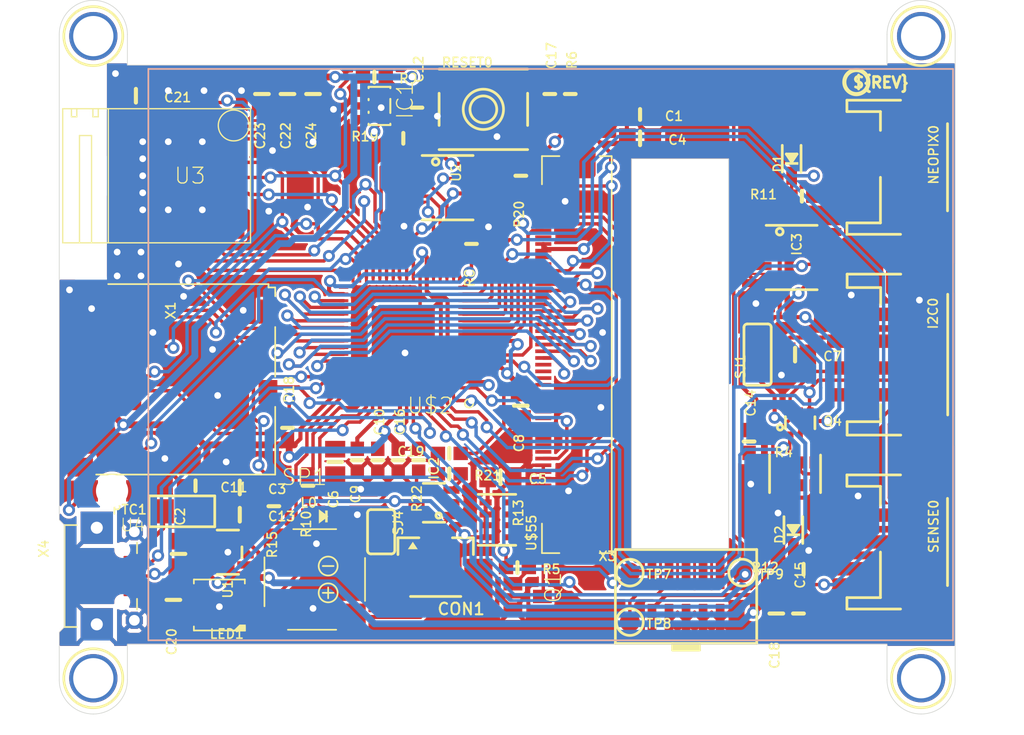
<source format=kicad_pcb>
(kicad_pcb (version 20221018) (generator pcbnew)
  (layers (0 "F.Cu" signal) (1 "In1.Cu" signal) (2 "In2.Cu" signal) (3 "In3.Cu" signal) (4 "In4.Cu" signal) (5 "In5.Cu" signal) (6 "In6.Cu" signal) (7 "In7.Cu" signal) (8 "In8.Cu" signal) (9 "In9.Cu" signal) (10 "In10.Cu" signal) (11 "In11.Cu" signal) (12 "In12.Cu" signal) (13 "In13.Cu" signal) (14 "In14.Cu" signal) (31 "B.Cu" signal) (34 "B.Paste" user) (35 "F.Paste" user) (36 "B.SilkS" user "B.Silkscreen") (37 "F.SilkS" user "F.Silkscreen") (38 "B.Mask" user) (39 "F.Mask" user) (44 "Edge.Cuts" user))
  (net 0 "")
  (net 1 "GND")
  (net 2 "LCD_DATA7")
  (net 3 "LCD_DATA6")
  (net 4 "LCD_DATA5")
  (net 5 "LCD_DATA4")
  (net 6 "LCD_DATA3")
  (net 7 "LCD_DATA2")
  (net 8 "LCD_DATA1")
  (net 9 "LCD_DATA0")
  (net 10 "TFT_CS")
  (net 11 "TFT_WR")
  (net 12 "TFT_RD")
  (net 13 "SCK")
  (net 14 "TOUCH_XL")
  (net 15 "TOUCH_XR")
  (net 16 "TOUCH_YD")
  (net 17 "N$1")
  (net 18 "N$2")
  (net 19 "N$3")
  (net 20 "N$4")
  (net 21 "N$16")
  (net 22 "TFT_BACKLITE")
  (net 23 "+5V")
  (net 24 "VCC")
  (net 25 "LEDK")
  (net 26 "MOSI")
  (net 27 "SD_CS")
  (net 28 "CARDDET")
  (net 29 "MISO")
  (net 30 "TFT_TE")
  (net 31 "TFT_RS")
  (net 32 "D-")
  (net 33 "D+")
  (net 34 "3.3V")
  (net 35 "~{RESET}")
  (net 36 "VDDCORE")
  (net 37 "SWCLK")
  (net 38 "SWDIO")
  (net 39 "ESP_CS")
  (net 40 "ESP_RESET")
  (net 41 "ESP_GPIO0")
  (net 42 "ESP_BUSY")
  (net 43 "AUDIO_OUT")
  (net 44 "LIGHT")
  (net 45 "N$8")
  (net 46 "D13")
  (net 47 "NEOPIX")
  (net 48 "SCL")
  (net 49 "SDA")
  (net 50 "D4_UNSAFE")
  (net 51 "D3_UNSAFE")
  (net 52 "D4")
  (net 53 "D3")
  (net 54 "VBUS")
  (net 55 "QSPI_DATA[0]")
  (net 56 "QSPI_DATA[1]")
  (net 57 "QSPI_SCK")
  (net 58 "QSPI_CS")
  (net 59 "QSPI_DATA[2]")
  (net 60 "QSPI_DATA[3]")
  (net 61 "RXD")
  (net 62 "TXD")
  (net 63 "TOUCH_YU")
  (net 64 "TFT_RESET")
  (net 65 "SPK_SD")
  (net 66 "N$10")
  (net 67 "N$11")
  (net 68 "SPRK-")
  (net 69 "SPKR+")
  (net 70 "ESP_RTS")
  (net 71 "N$13")
  (net 72 "ESP_MISO")
  (net 73 "SDA_3V")
  (net 74 "SCL_3V")
  (net 75 "N$5")
  (footprint "working:SOT23-BEC" (layer "F.Cu") (at 150.0251 122.8471 -90)
    (fp_text reference "Q1")
    (fp_text value "MMBT2222")
  )
  (footprint "working:0805-NO" (layer "F.Cu") (at 128.5621 116.7511)
    (fp_text reference "C13")
    (fp_text value "10uF")
  )
  (footprint "working:RESPACK_4X0603" (layer "F.Cu") (at 147.7391 117.1321 -90)
    (fp_text reference "R13")
    (fp_text value "100")
  )
  (footprint "working:0603-NO" (layer "F.Cu") (at 153.2001 85.3821 90)
    (fp_text reference "R6")
    (fp_text value "10K")
  )
  (footprint "working:0603-NO" (layer "F.Cu") (at 131.1021 116.1161 -90)
    (fp_text reference "R15")
    (fp_text value "10K")
  )
  (footprint "working:0603-NO" (layer "F.Cu") (at 140.7541 88.6841 180)
    (fp_text reference "R19")
    (fp_text value "10K")
  )
  (footprint "working:0603-NO" (layer "F.Cu") (at 144.1831 112.1791 180)
    (fp_text reference "C19")
    (fp_text value "0.1uF")
  )
  (footprint "working:0603-NO" (layer "F.Cu") (at 170.4721 93.0021 180)
    (fp_text reference "R11")
    (fp_text value "1K")
  )
  (footprint "working:CHIPLED_0805_NOOUTLINE" (layer "F.Cu") (at 134.7851 116.8781 -90)
    (fp_text reference "L0")
    (fp_text value "RED")
  )
  (footprint "working:SOT363" (layer "F.Cu") (at 170.3451 109.8931)
    (fp_text reference "Q4")
    (fp_text value "BSS138")
  )
  (footprint "working:0603-NO" (layer "F.Cu") (at 125.2601 114.5921)
    (fp_text reference "C11")
    (fp_text value ".1u")
  )
  (footprint "working:0603-NO" (layer "F.Cu") (at 158.4071 86.9061)
    (fp_text reference "C1")
    (fp_text value "0.1uF")
  )
  (footprint "working:PYPORTALPYNT_TOP" (layer "F.Cu") (at 115.1001 131.4831)
    (fp_text reference "U$19" hide)
    (fp_text value "" hide)
  )
  (footprint "working:2X05_1.27MM_SMT" (layer "F.Cu") (at 161.8361 122.8471)
    (fp_text reference "X3")
    (fp_text value "2x5 0.05\" SWD")
  )
  (footprint "working:FIDUCIAL_1MM" (layer "F.Cu") (at 180.6321 84.2391 90)
    (fp_text reference "U$9" hide)
    (fp_text value "FIDUCIAL_1MM" hide)
  )
  (footprint "working:SOIC8_150MIL" (layer "F.Cu") (at 169.7101 97.5741 -90)
    (fp_text reference "IC3")
    (fp_text value "ATECCX08")
  )
  (footprint "working:0805-NO" (layer "F.Cu") (at 130.2131 85.3821 -90)
    (fp_text reference "C23")
    (fp_text value "10uF")
  )
  (footprint "working:MOUNTINGHOLE_3.0_PLATEDTHIN" (layer "F.Cu") (at 117.6401 128.9431 90)
    (fp_text reference "U$16" hide)
    (fp_text value "MOUNTINGHOLE3.0THIN" hide)
  )
  (footprint "working:LED3535" (layer "F.Cu") (at 127.0381 123.4821 180)
    (fp_text reference "LED1")
    (fp_text value "WS2812B3535")
  )
  (footprint "working:0603-NO" (layer "F.Cu") (at 141.7701 86.3981 90)
    (fp_text reference "C12")
    (fp_text value ".1u")
  )
  (footprint "working:SOT23-5" (layer "F.Cu") (at 127.6731 119.5451 -90)
    (fp_text reference "U1")
    (fp_text value "AP2112-3.3")
  )
  (footprint "working:TESTPOINT_ROUND_1.5MM" (layer "F.Cu") (at 157.6451 124.7521)
    (fp_text reference "TP8")
    (fp_text value "")
  )
  (footprint "working:0805-NO" (layer "F.Cu") (at 149.5171 108.6231 -90)
    (fp_text reference "C8")
    (fp_text value "10uF")
  )
  (footprint "working:0603-NO" (layer "F.Cu") (at 144.1831 113.7031)
    (fp_text reference "R21")
    (fp_text value "47K")
  )
  (footprint "working:JSTPH4" (layer "F.Cu") (at 178.3461 104.8131 -90)
    (fp_text reference "I2C0")
    (fp_text value "JST PH 4")
  )
  (footprint "working:0805-NO" (layer "F.Cu") (at 134.0231 85.3821 -90)
    (fp_text reference "C24")
    (fp_text value "10uF")
  )
  (footprint "working:0603-NO" (layer "F.Cu") (at 138.5951 84.1121)
    (fp_text reference "R9")
    (fp_text value "10K")
  )
  (footprint "working:TESTPOINT_ROUND_1.5MM" (layer "F.Cu") (at 166.0271 121.0691)
    (fp_text reference "TP9")
    (fp_text value "")
  )
  (footprint "working:0805-NO" (layer "F.Cu") (at 128.5621 114.7191)
    (fp_text reference "C3")
    (fp_text value "10uF")
  )
  (footprint "working:0603-NO" (layer "F.Cu") (at 138.8491 112.6871 90)
    (fp_text reference "C10")
    (fp_text value ".1u")
  )
  (footprint "working:1206" (layer "F.Cu") (at 124.2441 116.4971 180)
    (fp_text reference "PTC1")
    (fp_text value "500mA")
  )
  (footprint "working:0805-NO" (layer "F.Cu") (at 135.6741 112.8141 -90)
    (fp_text reference "C6")
    (fp_text value "10uF")
  )
  (footprint "working:53398-0271" (layer "F.Cu") (at 143.1671 120.0531 180)
    (fp_text reference "CON1")
    (fp_text value "CON_MOLEX_2P")
  )
  (footprint "working:0805-NO" (layer "F.Cu") (at 168.5671 124.1171 -90)
    (fp_text reference "C18")
    (fp_text value "10uF")
  )
  (footprint "working:4UCONN_20329_NARROW" (layer "F.Cu") (at 119.7991 121.3231 -90)
    (fp_text reference "X4")
    (fp_text value "microUSB")
  )
  (footprint "working:0603-NO" (layer "F.Cu") (at 137.3251 112.6871 -90)
    (fp_text reference "C9")
    (fp_text value "1uF")
  )
  (footprint "working:MICROSD" (layer "F.Cu") (at 131.1021 99.6061 -90)
    (fp_text reference "X1")
    (fp_text value "microSD")
  )
  (footprint "working:0805-NO" (layer "F.Cu") (at 158.4071 88.6841)
    (fp_text reference "C4")
    (fp_text value "0.1uF")
  )
  (footprint "working:0603-NO" (layer "F.Cu") (at 170.2181 124.1171 90)
    (fp_text reference "C15")
    (fp_text value ".1u")
  )
  (footprint "working:0805-NO" (layer "F.Cu") (at 120.8151 85.5091)
    (fp_text reference "C21")
    (fp_text value "10uF")
  )
  (footprint "working:BUZZER_SMT_7.5MM" (layer "F.Cu") (at 134.1501 121.5771)
    (fp_text reference "SP1")
    (fp_text value "7.5mm SPK")
  )
  (footprint "working:FIDUCIAL_1MM" (layer "F.Cu") (at 180.3781 125.3871 90)
    (fp_text reference "U$23" hide)
    (fp_text value "FIDUCIAL_1MM" hide)
  )
  (footprint "working:0603-NO" (layer "F.Cu") (at 132.1181 110.2741 90)
    (fp_text reference "R18")
    (fp_text value "10K")
  )
  (footprint "working:0603-NO" (layer "F.Cu") (at 149.5171 91.4781 -90)
    (fp_text reference "R20")
    (fp_text value "10K")
  )
  (footprint "working:0603-NO" (layer "F.Cu") (at 149.2631 120.6881)
    (fp_text reference "R5")
    (fp_text value "1K")
  )
  (footprint "working:SOIC8_208MIL" (layer "F.Cu") (at 144.0561 92.3671 -90)
    (fp_text reference "U2")
    (fp_text value "GD25Q64")
  )
  (footprint "working:0603-NO" (layer "F.Cu") (at 133.6421 114.5921 -90)
    (fp_text reference "R10")
    (fp_text value "1K")
  )
  (footprint "working:0805-NO" (layer "F.Cu") (at 123.9901 119.6721 90)
    (fp_text reference "C2")
    (fp_text value "10uF")
  )
  (footprint "working:SOT23-5L" (layer "F.Cu") (at 138.9761 86.2711 -90)
    (fp_text reference "IC1")
    (fp_text value "74AHC1G125")
  )
  (footprint "working:JSTPH3" (layer "F.Cu") (at 177.3301 90.8431 -90)
    (fp_text reference "NEOPIX0")
    (fp_text value "JST PH 3")
  )
  (footprint "working:SOLDERJUMPER_CLOSEDWIRE" (layer "F.Cu") (at 139.1031 118.0211 -90)
    (fp_text reference "SJ4")
    (fp_text value "")
  )
  (footprint "working:MOUNTINGHOLE_3.0_PLATEDTHIN" (layer "F.Cu") (at 179.3621 128.9431 90)
    (fp_text reference "U$7" hide)
    (fp_text value "MOUNTINGHOLE3.0THIN" hide)
  )
  (footprint "working:0805-NO" (layer "F.Cu") (at 169.9641 104.8131)
    (fp_text reference "C7")
    (fp_text value "10uF")
  )
  (footprint "working:0603-NO" (layer "F.Cu") (at 140.3731 112.6871 90)
    (fp_text reference "C16")
    (fp_text value ".1u")
  )
  (footprint "working:0603-NO" (layer "F.Cu") (at 151.6761 85.3821 90)
    (fp_text reference "C17")
    (fp_text value "0.1uF")
  )
  (footprint "working:SOLDERJUMPER_2WAY_OPEN_NOPASTE" (layer "F.Cu") (at 167.1701 104.8131 90)
    (fp_text reference "SJ1")
    (fp_text value "")
  )
  (footprint "working:ALS-PT26-21C" (layer "F.Cu") (at 119.0371 114.9731 180)
    (fp_text reference "U4")
    (fp_text value "ALS-PT21" hide)
  )
  (footprint "working:MOUNTINGHOLE_3.0_PLATEDTHIN" (layer "F.Cu") (at 117.6401 81.0641 90)
    (fp_text reference "U$17" hide)
    (fp_text value "MOUNTINGHOLE3.0THIN" hide)
  )
  (footprint "working:SOD-323" (layer "F.Cu") (at 169.8371 117.8941 90)
    (fp_text reference "D2")
    (fp_text value "3.6V")
  )
  (footprint "working:EVQ-Q2_SMALLER" (layer "F.Cu") (at 146.7231 86.5251)
    (fp_text reference "RESET0")
    (fp_text value "EVQQ 6mm")
  )
  (footprint "working:PCBFEAT-REV-040" (layer "F.Cu") (at 174.5361 84.4931)
    (fp_text reference "U$63" hide)
    (fp_text value "" hide)
  )
  (footprint "working:JSTPH3" (layer "F.Cu") (at 177.3301 118.7831 -90)
    (fp_text reference "SENSE0")
    (fp_text value "JST PH 3")
  )
  (footprint "working:0603-NO" (layer "F.Cu") (at 166.5351 111.2901 90)
    (fp_text reference "C14")
    (fp_text value ".1u")
  )
  (footprint "working:0805-NO" (layer "F.Cu") (at 123.6091 123.1011 -90)
    (fp_text reference "C20")
    (fp_text value "10uF")
  )
  (footprint "working:0603-NO" (layer "F.Cu") (at 141.8971 112.6871 -90)
    (fp_text reference "R22")
    (fp_text value "47K")
  )
  (footprint "working:0805-NO" (layer "F.Cu") (at 147.9931 113.9571)
    (fp_text reference "C5")
    (fp_text value "10uF")
  )
  (footprint "working:MOUNTINGHOLE_3.0_PLATEDTHIN" (layer "F.Cu") (at 179.3621 81.0641 90)
    (fp_text reference "U$15" hide)
    (fp_text value "MOUNTINGHOLE3.0THIN" hide)
  )
  (footprint "working:FIDUCIAL_1MM" (layer "F.Cu") (at 116.3701 110.7821 90)
    (fp_text reference "U$11" hide)
    (fp_text value "FIDUCIAL_1MM" hide)
  )
  (footprint "working:PQFN64-1" (layer "F.Cu") (at 140.7541 103.5431 180)
    (fp_text reference "U$2")
    (fp_text value "ATSAMD51J20")
  )
  (footprint "working:TESTPOINT_ROUND_1.5MM" (layer "F.Cu") (at 157.6451 121.0691)
    (fp_text reference "TP7")
    (fp_text value "")
  )
  (footprint "working:0603-NO" (layer "F.Cu") (at 145.8341 96.5581 -90)
    (fp_text reference "R8")
    (fp_text value "10K")
  )
  (footprint "working:SOT23-6" (layer "F.Cu") (at 143.0401 115.8621 90)
    (fp_text reference "IC2")
    (fp_text value "PAM8301")
  )
  (footprint "working:RESPACK_4X0603" (layer "F.Cu") (at 169.9641 113.7031)
    (fp_text reference "R4")
    (fp_text value "10K")
  )
  (footprint "working:ARDUINO-UCS&SOCS_NINA-W1X" (layer "F.Cu") (at 123.6091 91.4781)
    (fp_text reference "U3")
    (fp_text value "NINA-W102" hide)
  )
  (footprint "working:0805-NO" (layer "F.Cu") (at 132.1181 85.3821 -90)
    (fp_text reference "C22")
    (fp_text value "10uF")
  )
  (footprint "working:SOD-323" (layer "F.Cu") (at 169.7101 90.2081 90)
    (fp_text reference "D1")
    (fp_text value "3.6V")
  )
  (footprint "working:0603-NO" (layer "F.Cu") (at 170.5991 120.8151 180)
    (fp_text reference "R12")
    (fp_text value "1K")
  )
  (footprint "working:PYPORTALPYNT_BOT" (layer "B.Cu") (at 181.9021 131.4831 180)
    (fp_text reference "U$54" hide)
    (fp_text value "" hide)
  )
  (footprint "working:TFT_2.4IN_240X320_50PIN" (layer "B.Cu") (at 179.7431 104.8131 -90)
    (fp_text reference "U$55")
    (fp_text value "DISP_LCD_240X320_50PIN-2.4IN")
  )
  (gr_line (start 115.1001 80.9371) (end 115.1001 117.1321) (stroke (width 0.05)) (layer "Edge.Cuts"))
  (gr_arc (start 181.9021 129.0701) (mid 181.158151 130.866151) (end 179.3621 131.6101) (stroke (width 0.05)) (layer "Edge.Cuts"))
  (gr_line (start 120.1801 129.0701) (end 120.1801 126.4031) (stroke (width 0.05)) (layer "Edge.Cuts"))
  (gr_arc (start 115.1001 80.9371) (mid 115.844049 79.141049) (end 117.6401 78.3971) (stroke (width 0.05)) (layer "Edge.Cuts"))
  (gr_arc (start 179.3621 78.3971) (mid 181.158151 79.141049) (end 181.9021 80.9371) (stroke (width 0.05)) (layer "Edge.Cuts"))
  (gr_arc (start 117.6401 131.6101) (mid 115.844049 130.866151) (end 115.1001 129.0701) (stroke (width 0.05)) (layer "Edge.Cuts"))
  (gr_arc (start 117.6401 78.3971) (mid 119.436151 79.141049) (end 120.1801 80.9371) (stroke (width 0.05)) (layer "Edge.Cuts"))
  (gr_line (start 115.4811 125.1331) (end 115.1001 125.5141) (stroke (width 0.05)) (layer "Edge.Cuts"))
  (gr_line (start 115.1001 117.1321) (end 115.4811 117.5131) (stroke (width 0.05)) (layer "Edge.Cuts"))
  (gr_line (start 165.0111 119.2911) (end 165.0111 90.2081) (stroke (width 0.05)) (layer "Edge.Cuts"))
  (gr_line (start 115.4811 117.5131) (end 115.4811 125.1331) (stroke (width 0.05)) (layer "Edge.Cuts"))
  (gr_line (start 165.0111 90.2081) (end 157.7721 90.2081) (stroke (width 0.05)) (layer "Edge.Cuts"))
  (gr_line (start 120.1801 83.2231) (end 120.1801 80.9371) (stroke (width 0.05)) (layer "Edge.Cuts"))
  (gr_line (start 120.1801 126.4031) (end 176.8221 126.4031) (stroke (width 0.05)) (layer "Edge.Cuts"))
  (gr_line (start 176.8221 83.2231) (end 120.1801 83.2231) (stroke (width 0.05)) (layer "Edge.Cuts"))
  (gr_arc (start 120.1801 129.0701) (mid 119.436151 130.866151) (end 117.6401 131.6101) (stroke (width 0.05)) (layer "Edge.Cuts"))
  (gr_line (start 115.1001 125.5141) (end 115.1001 129.0701) (stroke (width 0.05)) (layer "Edge.Cuts"))
  (gr_line (start 176.8221 80.9371) (end 176.8221 83.2231) (stroke (width 0.05)) (layer "Edge.Cuts"))
  (gr_line (start 181.9021 129.0701) (end 181.9021 80.9371) (stroke (width 0.05)) (layer "Edge.Cuts"))
  (gr_arc (start 179.3621 131.6101) (mid 177.566049 130.866151) (end 176.8221 129.0701) (stroke (width 0.05)) (layer "Edge.Cuts"))
  (gr_arc (start 176.8221 80.9371) (mid 177.566049 79.141049) (end 179.3621 78.3971) (stroke (width 0.05)) (layer "Edge.Cuts"))
  (gr_line (start 157.7721 119.2911) (end 165.0111 119.2911) (stroke (width 0.05)) (layer "Edge.Cuts"))
  (gr_line (start 176.8221 126.4031) (end 176.8221 129.0701) (stroke (width 0.05)) (layer "Edge.Cuts"))
  (gr_line (start 157.7721 90.2081) (end 157.7721 119.2911) (stroke (width 0.05)) (layer "Edge.Cuts"))
  (segment (start 139.5041 107.9931) (end 139.5041 104.7931) (width 0.254) (layer "F.Cu") (net 1))
  (segment (start 152.6391 93.5631) (end 152.8191 93.3831) (width 0.254) (layer "F.Cu") (net 1))
  (segment (start 151.1631 114.5921) (end 150.0251 114.5921) (width 0.254) (layer "F.Cu") (net 1))
  (segment (start 145.2041 104.2931) (end 141.5041 104.2931) (width 0.254) (layer "F.Cu") (net 1))
  (segment (start 141.115625 86.3981) (end 139.1031 86.3981) (width 0.254) (layer "F.Cu") (net 1))
  (segment (start 153.0731 114.7191) (end 153.0731 114.9731) (width 0.254) (layer "F.Cu") (net 1))
  (segment (start 139.5041 104.7931) (end 140.7541 103.5431) (width 0.254) (layer "F.Cu") (net 1))
  (segment (start 141.2621 86.5251) (end 141.1528 86.4158) (width 0.254) (layer "F.Cu") (net 1))
  (segment (start 151.1921 113.5631) (end 151.1921 114.0631) (width 0.254) (layer "F.Cu") (net 1))
  (segment (start 142.0041 99.0931) (end 142.0041 102.2931) (width 0.254) (layer "F.Cu") (net 1))
  (segment (start 150.1391 113.5631) (end 150.0251 113.4491) (width 0.254) (layer "F.Cu") (net 1))
  (segment (start 117.7481 100.0061) (end 117.5621 100.0061) (width 0.254) (layer "F.Cu") (net 1))
  (segment (start 141.7701 87.2481) (end 141.2621 86.7401) (width 0.254) (layer "F.Cu") (net 1))
  (segment (start 151.1921 92.5631) (end 151.9991 92.5631) (width 0.254) (layer "F.Cu") (net 1))
  (segment (start 141.1528 86.4158) (end 141.133325 86.4158) (width 0.254) (layer "F.Cu") (net 1))
  (segment (start 141.2621 86.7401) (end 141.2621 86.5251) (width 0.254) (layer "F.Cu") (net 1))
  (segment (start 151.1921 114.0631) (end 152.4171 114.0631) (width 0.254) (layer "F.Cu") (net 1))
  (segment (start 151.1921 113.0631) (end 151.1921 113.5631) (width 0.254) (layer "F.Cu") (net 1))
  (segment (start 136.3041 106.7931) (end 137.5041 106.7931) (width 0.254) (layer "F.Cu") (net 1))
  (segment (start 150.0251 114.0631) (end 149.0491 114.0631) (width 0.254) (layer "F.Cu") (net 1))
  (segment (start 141.5041 104.2931) (end 140.7541 103.5431) (width 0.254) (layer "F.Cu") (net 1))
  (segment (start 151.1921 113.5631) (end 150.1391 113.5631) (width 0.254) (layer "F.Cu") (net 1))
  (segment (start 151.1921 113.0631) (end 150.4111 113.0631) (width 0.254) (layer "F.Cu") (net 1))
  (segment (start 151.1921 93.0631) (end 152.4991 93.0631) (width 0.254) (layer "F.Cu") (net 1))
  (segment (start 151.1921 93.5631) (end 152.6391 93.5631) (width 0.254) (layer "F.Cu") (net 1))
  (segment (start 151.1921 114.5631) (end 151.1631 114.5921) (width 0.254) (layer "F.Cu") (net 1))
  (segment (start 137.5041 106.7931) (end 140.7541 103.5431) (width 0.254) (layer "F.Cu") (net 1))
  (segment (start 152.4991 93.0631) (end 152.8191 93.3831) (width 0.254) (layer "F.Cu") (net 1))
  (segment (start 152.4171 114.0631) (end 153.0731 114.7191) (width 0.254) (layer "F.Cu") (net 1))
  (segment (start 150.0251 113.4491) (end 150.0251 114.0631) (width 0.254) (layer "F.Cu") (net 1))
  (segment (start 151.9991 92.5631) (end 152.8191 93.3831) (width 0.254) (layer "F.Cu") (net 1))
  (segment (start 142.0041 102.2931) (end 140.7541 103.5431) (width 0.254) (layer "F.Cu") (net 1))
  (segment (start 150.0251 114.5921) (end 150.0251 114.0631) (width 0.254) (layer "F.Cu") (net 1))
  (segment (start 149.0491 114.0631) (end 148.9431 113.9571) (width 0.254) (layer "F.Cu") (net 1))
  (segment (start 150.4111 113.0631) (end 150.0251 113.4491) (width 0.254) (layer "F.Cu") (net 1))
  (segment (start 151.1921 114.0631) (end 150.0251 114.0631) (width 0.254) (layer "F.Cu") (net 1))
  (segment (start 141.133325 86.4158) (end 141.115625 86.3981) (width 0.254) (layer "F.Cu") (net 1))
  (via (at 168.9481 106.3371) (size 0.9064) (drill 0.5) (layers "F.Cu" "B.Cu") (net 1))
  (via (at 137.3251 116.7511) (size 0.9064) (drill 0.5) (layers "F.Cu" "B.Cu") (net 1))
  (via (at 121.3231 92.7481) (size 0.9064) (drill 0.5) (layers "F.Cu" "B.Cu") (net 1))
  (via (at 124.3711 100.4697) (size 0.9064) (drill 0.5) (layers "F.Cu" "B.Cu") (net 1))
  (via (at 125.8951 85.1281) (size 0.9064) (drill 0.5) (layers "F.Cu" "B.Cu") (net 1))
  (via (at 134.2771 118.9101) (size 0.9064) (drill 0.5) (layers "F.Cu" "B.Cu") (net 1))
  (via (at 121.1961 98.9457) (size 0.9064) (drill 0.5) (layers "F.Cu" "B.Cu") (net 1))
  (via (at 155.6131 103.1621) (size 0.9064) (drill 0.5) (layers "F.Cu" "B.Cu") (net 1))
  (via (at 174.6631 115.3541) (size 0.9064) (drill 0.5) (layers "F.Cu" "B.Cu") (net 1))
  (via (at 153.0731 114.9731) (size 0.9064) (drill 0.5) (layers "F.Cu" "B.Cu") (net 1))
  (via (at 179.2351 100.7491) (size 0.9064) (drill 0.5) (layers "F.Cu" "B.Cu") (net 1))
  (via (at 122.0851 103.1621) (size 0.9064) (drill 0.5) (layers "F.Cu" "B.Cu") (net 1))
  (via (at 139.1031 86.3981) (size 0.9064) (drill 0.5) (layers "F.Cu" "B.Cu") (net 1))
  (via (at 119.4181 98.9457) (size 0.9064) (drill 0.5) (layers "F.Cu" "B.Cu") (net 1))
  (via (at 125.7681 88.9381) (size 0.9064) (drill 0.5) (layers "F.Cu" "B.Cu") (net 1))
  (via (at 128.8161 101.5111) (size 0.9064) (drill 0.5) (layers "F.Cu" "B.Cu") (net 1))
  (via (at 140.8049 95.2373) (size 0.9064) (drill 0.5) (layers "F.Cu" "B.Cu") (net 1))
  (via (at 134.0231 88.9381) (size 0.9064) (drill 0.5) (layers "F.Cu" "B.Cu") (net 1))
  (via (at 140.8811 104.6861) (size 0.9064) (drill 0.5) (layers "F.Cu" "B.Cu") (net 1))
  (via (at 134.0231 123.7361) (size 0.9064) (drill 0.5) (layers "F.Cu" "B.Cu") (net 1))
  (via (at 166.6621 114.4651) (size 0.9064) (drill 0.5) (layers "F.Cu" "B.Cu") (net 1))
  (via (at 123.2281 88.9381) (size 0.9064) (drill 0.5) (layers "F.Cu" "B.Cu") (net 1))
  (via (at 126.9111 107.8611) (size 0.9064) (drill 0.5) (layers "F.Cu" "B.Cu") (net 1))
  (via (at 143.2941 87.0331) (size 0.9064) (drill 0.5) (layers "F.Cu" "B.Cu") (net 1))
  (via (at 121.1961 97.1677) (size 0.9064) (drill 0.5) (layers "F.Cu" "B.Cu") (net 1))
  (via (at 119.4181 97.1677) (size 0.9064) (drill 0.5) (layers "F.Cu" "B.Cu") (net 1))
  (via (at 123.2281 85.1281) (size 0.9064) (drill 0.5) (layers "F.Cu" "B.Cu") (net 1))
  (via (at 133.6167 93.8149) (size 0.9064) (drill 0.5) (layers "F.Cu" "B.Cu") (net 1))
  (via (at 147.1041 95.2881) (size 0.9064) (drill 0.5) (layers "F.Cu" "B.Cu") (net 1))
  (via (at 122.9741 112.5601) (size 0.9064) (drill 0.5) (layers "F.Cu" "B.Cu") (net 1))
  (via (at 155.4861 108.7501) (size 0.9064) (drill 0.5) (layers "F.Cu" "B.Cu") (net 1))
  (via (at 119.2911 83.8581) (size 0.9064) (drill 0.5) (layers "F.Cu" "B.Cu") (net 1))
  (via (at 127.5461 112.8141) (size 0.9064) (drill 0.5) (layers "F.Cu" "B.Cu") (net 1))
  (via (at 121.3231 88.9381) (size 0.9064) (drill 0.5) (layers "F.Cu" "B.Cu") (net 1))
  (via (at 130.7211 94.1197) (size 0.9064) (drill 0.5) (layers "F.Cu" "B.Cu") (net 1))
  (via (at 127.6731 119.5451) (size 0.9064) (drill 0.5) (layers "F.Cu" "B.Cu") (net 1))
  (via (at 170.9801 119.4181) (size 0.9064) (drill 0.5) (layers "F.Cu" "B.Cu") (net 1))
  (via (at 126.5301 104.4321) (size 0.9064) (drill 0.5) (layers "F.Cu" "B.Cu") (net 1))
  (via (at 121.3231 91.4781) (size 0.9064) (drill 0.5) (layers "F.Cu" "B.Cu") (net 1))
  (via (at 123.2281 94.0181) (size 0.9064) (drill 0.5) (layers "F.Cu" "B.Cu") (net 1))
  (via (at 168.6941 116.6241) (size 0.9064) (drill 0.5) (layers "F.Cu" "B.Cu") (net 1))
  (via (at 135.5471 86.5251) (size 0.9064) (drill 0.5) (layers "F.Cu" "B.Cu") (net 1))
  (via (at 121.3231 90.2081) (size 0.9064) (drill 0.5) (layers "F.Cu" "B.Cu") (net 1))
  (via (at 147.7391 88.5571) (size 0.9064) (drill 0.5) (layers "F.Cu" "B.Cu") (net 1))
  (via (at 125.7681 94.0181) (size 0.9064) (drill 0.5) (layers "F.Cu" "B.Cu") (net 1))
  (via (at 115.8621 99.9871) (size 0.9064) (drill 0.5) (layers "F.Cu" "B.Cu") (net 1))
  (via (at 152.8191 93.3831) (size 0.9064) (drill 0.5) (layers "F.Cu" "B.Cu") (net 1))
  (via (at 167.0431 101.0031) (size 0.9064) (drill 0.5) (layers "F.Cu" "B.Cu") (net 1))
  (via (at 131.0005 89.5985) (size 0.9064) (drill 0.5) (layers "F.Cu" "B.Cu") (net 1))
  (via (at 137.5791 114.8461) (size 0.9064) (drill 0.5) (layers "F.Cu" "B.Cu") (net 1))
  (via (at 174.1551 100.3681) (size 0.9064) (drill 0.5) (layers "F.Cu" "B.Cu") (net 1))
  (via (at 127.0381 123.6091) (size 0.9064) (drill 0.5) (layers "F.Cu" "B.Cu") (net 1))
  (via (at 128.6891 85.1281) (size 0.9064) (drill 0.5) (layers "F.Cu" "B.Cu") (net 1))
  (via (at 123.9901 98.0567) (size 0.9064) (drill 0.5) (layers "F.Cu" "B.Cu") (net 1))
  (via (at 121.3231 94.0181) (size 0.9064) (drill 0.5) (layers "F.Cu" "B.Cu") (net 1))
  (via (at 117.5131 101.3841) (size 0.9064) (drill 0.5) (layers "F.Cu" "B.Cu") (net 1))
  (segment (start 151.9612 105.0631) (end 152.7459 105.8478) (width 0.254) (layer "F.Cu") (net 2))
  (segment (start 152.7459 105.8478) (end 152.7459 106.2288) (width 0.254) (layer "F.Cu") (net 2))
  (segment (start 151.1921 105.0631) (end 151.9612 105.0631) (width 0.254) (layer "F.Cu") (net 2))
  (segment (start 136.3041 105.2931) (end 134.711312 105.2931) (width 0.254) (layer "F.Cu") (net 2))
  (segment (start 134.33815 105.666263) (end 134.338153 105.66626) (width 0.254) (layer "F.Cu") (net 2))
  (segment (start 134.543706 105.460707) (end 134.338153 105.66626) (width 0.254) (layer "F.Cu") (net 2))
  (segment (start 134.711312 105.2931) (end 134.543706 105.460707) (width 0.254) (layer "F.Cu") (net 2))
  (via (at 152.7459 106.2288) (size 0.9064) (drill 0.5) (layers "F.Cu" "B.Cu") (net 2))
  (via (at 134.33815 105.666263) (size 0.9064) (drill 0.5) (layers "F.Cu" "B.Cu") (net 2))
  (segment (start 152.7459 105.825388) (end 149.981012 103.0605) (width 0.254) (layer "B.Cu") (net 2))
  (segment (start 134.33815 105.666263) (end 135.347712 104.6567) (width 0.254) (layer "B.Cu") (net 2))
  (segment (start 139.747087 103.0605) (end 149.981012 103.0605) (width 0.254) (layer "B.Cu") (net 2))
  (segment (start 135.347712 104.6567) (end 138.150887 104.6567) (width 0.254) (layer "B.Cu") (net 2))
  (segment (start 152.7459 106.2288) (end 152.7459 105.825388) (width 0.254) (layer "B.Cu") (net 2))
  (segment (start 138.150887 104.6567) (end 139.747087 103.0605) (width 0.254) (layer "B.Cu") (net 2))
  (segment (start 133.988 104.7931) (end 133.1141 105.667) (width 0.254) (layer "F.Cu") (net 3))
  (segment (start 153.4745 105.3064) (end 152.7312 104.5631) (width 0.254) (layer "F.Cu") (net 3))
  (segment (start 136.3041 104.7931) (end 133.988 104.7931) (width 0.254) (layer "F.Cu") (net 3))
  (segment (start 132.3521 105.667) (end 132.2251 105.54) (width 0.254) (layer "F.Cu") (net 3))
  (segment (start 133.1141 105.667) (end 132.3521 105.667) (width 0.254) (layer "F.Cu") (net 3))
  (segment (start 152.7312 104.5631) (end 151.1921 104.5631) (width 0.254) (layer "F.Cu") (net 3))
  (via (at 132.2251 105.54) (size 0.9064) (drill 0.5) (layers "F.Cu" "B.Cu") (net 3))
  (via (at 153.4745 105.3064) (size 0.9064) (drill 0.5) (layers "F.Cu" "B.Cu") (net 3))
  (segment (start 133.1141 105.667) (end 132.3521 105.667) (width 0.254) (layer "B.Cu") (net 3))
  (segment (start 139.557706 102.6033) (end 150.551393 102.6033) (width 0.254) (layer "B.Cu") (net 3))
  (segment (start 137.961506 104.1995) (end 139.557706 102.6033) (width 0.254) (layer "B.Cu") (net 3))
  (segment (start 133.1141 105.667) (end 134.5816 104.1995) (width 0.254) (layer "B.Cu") (net 3))
  (segment (start 150.551393 102.6033) (end 153.254493 105.3064) (width 0.254) (layer "B.Cu") (net 3))
  (segment (start 132.2251 105.54) (end 132.3521 105.667) (width 0.254) (layer "B.Cu") (net 3))
  (segment (start 153.254493 105.3064) (end 153.4745 105.3064) (width 0.254) (layer "B.Cu") (net 3))
  (segment (start 134.5816 104.1995) (end 137.961506 104.1995) (width 0.254) (layer "B.Cu") (net 3))
  (segment (start 136.3041 104.2931) (end 136.304096 104.2931) (width 0.254) (layer "F.Cu") (net 4))
  (segment (start 136.304096 104.2931) (end 136.0551 104.2931) (width 0.254) (layer "F.Cu") (net 4))
  (segment (start 153.9594 104.523) (end 153.396306 104.523) (width 0.254) (layer "F.Cu") (net 4))
  (segment (start 136.0551 104.2931) (end 133.380103 104.2931) (width 0.254) (layer "F.Cu") (net 4))
  (segment (start 154.7241 105.2877) (end 153.9594 104.523) (width 0.254) (layer "F.Cu") (net 4))
  (segment (start 133.380103 104.2931) (end 133.0205 104.6527) (width 0.254) (layer "F.Cu") (net 4))
  (segment (start 152.936406 104.0631) (end 151.1921 104.0631) (width 0.254) (layer "F.Cu") (net 4))
  (segment (start 153.396306 104.523) (end 152.936406 104.0631) (width 0.254) (layer "F.Cu") (net 4))
  (via (at 154.7241 105.2877) (size 0.9064) (drill 0.5) (layers "F.Cu" "B.Cu") (net 4))
  (via (at 133.0205 104.6527) (size 0.9064) (drill 0.5) (layers "F.Cu" "B.Cu") (net 4))
  (segment (start 153.799 104.523) (end 154.5637 105.2877) (width 0.254) (layer "B.Cu") (net 4))
  (segment (start 150.740775 102.1461) (end 153.117675 104.523) (width 0.254) (layer "B.Cu") (net 4))
  (segment (start 153.117675 104.523) (end 153.799 104.523) (width 0.254) (layer "B.Cu") (net 4))
  (segment (start 133.9309 103.7423) (end 133.0205 104.6527) (width 0.254) (layer "B.Cu") (net 4))
  (segment (start 137.772125 103.7423) (end 133.9309 103.7423) (width 0.254) (layer "B.Cu") (net 4))
  (segment (start 150.740775 102.1461) (end 139.368325 102.1461) (width 0.254) (layer "B.Cu") (net 4))
  (segment (start 154.5637 105.2877) (end 154.7241 105.2877) (width 0.254) (layer "B.Cu") (net 4))
  (segment (start 139.368325 102.1461) (end 137.772125 103.7423) (width 0.254) (layer "B.Cu") (net 4))
  (segment (start 153.585687 104.0658) (end 154.6118 104.0658) (width 0.254) (layer "F.Cu") (net 5))
  (segment (start 131.7505 104.6861) (end 131.3695 104.6861) (width 0.254) (layer "F.Cu") (net 5))
  (segment (start 153.082987 103.5631) (end 153.585687 104.0658) (width 0.254) (layer "F.Cu") (net 5))
  (segment (start 132.6435 103.7931) (end 131.7505 104.6861) (width 0.254) (layer "F.Cu") (net 5))
  (segment (start 132.6435 103.7931) (end 136.3041 103.7931) (width 0.254) (layer "F.Cu") (net 5))
  (segment (start 151.1921 103.5631) (end 153.082987 103.5631) (width 0.254) (layer "F.Cu") (net 5))
  (segment (start 154.6118 104.0658) (end 154.7241 104.1781) (width 0.254) (layer "F.Cu") (net 5))
  (via (at 154.7241 104.1781) (size 0.9064) (drill 0.5) (layers "F.Cu" "B.Cu") (net 5))
  (via (at 131.3695 104.6861) (size 0.9064) (drill 0.5) (layers "F.Cu" "B.Cu") (net 5))
  (segment (start 139.178943 101.6889) (end 137.582743 103.2851) (width 0.254) (layer "B.Cu") (net 5))
  (segment (start 137.582743 103.2851) (end 133.1515 103.2851) (width 0.254) (layer "B.Cu") (net 5))
  (segment (start 131.7505 104.6861) (end 131.3695 104.6861) (width 0.254) (layer "B.Cu") (net 5))
  (segment (start 153.307056 104.0658) (end 150.930156 101.6889) (width 0.254) (layer "B.Cu") (net 5))
  (segment (start 154.7241 104.1781) (end 154.6118 104.0658) (width 0.254) (layer "B.Cu") (net 5))
  (segment (start 133.1515 103.2851) (end 131.7505 104.6861) (width 0.254) (layer "B.Cu") (net 5))
  (segment (start 150.930156 101.6889) (end 139.178943 101.6889) (width 0.254) (layer "B.Cu") (net 5))
  (segment (start 154.6118 104.0658) (end 153.307056 104.0658) (width 0.254) (layer "B.Cu") (net 5))
  (segment (start 132.6227 102.2931) (end 132.2334 101.9038) (width 0.254) (layer "F.Cu") (net 6))
  (segment (start 132.2334 101.9038) (end 132.1064 101.9038) (width 0.254) (layer "F.Cu") (net 6))
  (segment (start 153.910184 103.282397) (end 153.690887 103.0631) (width 0.254) (layer "F.Cu") (net 6))
  (segment (start 153.690887 103.0631) (end 151.1921 103.0631) (width 0.254) (layer "F.Cu") (net 6))
  (segment (start 136.3041 102.2931) (end 132.6227 102.2931) (width 0.254) (layer "F.Cu") (net 6))
  (segment (start 153.910184 103.282397) (end 153.69089 103.063104) (width 0.254) (layer "F.Cu") (net 6))
  (segment (start 153.910181 103.282397) (end 153.690887 103.063104) (width 0.254) (layer "F.Cu") (net 6))
  (segment (start 153.69089 103.063104) (end 153.690887 103.063104) (width 0.254) (layer "F.Cu") (net 6))
  (via (at 132.1064 101.9038) (size 0.9064) (drill 0.5) (layers "F.Cu" "B.Cu") (net 6))
  (via (at 153.910184 103.282397) (size 0.9064) (drill 0.5) (layers "F.Cu" "B.Cu") (net 6))
  (segment (start 133.110818 102.8279) (end 137.393362 102.8279) (width 0.254) (layer "B.Cu") (net 6))
  (segment (start 153.170231 103.282397) (end 153.910184 103.282397) (width 0.254) (layer "B.Cu") (net 6))
  (segment (start 138.989562 101.2317) (end 151.119537 101.2317) (width 0.254) (layer "B.Cu") (net 6))
  (segment (start 137.393362 102.8279) (end 138.989562 101.2317) (width 0.254) (layer "B.Cu") (net 6))
  (segment (start 132.1064 101.9038) (end 132.186718 101.9038) (width 0.254) (layer "B.Cu") (net 6))
  (segment (start 151.119537 101.2317) (end 153.170231 103.282397) (width 0.254) (layer "B.Cu") (net 6))
  (segment (start 133.110818 102.8279) (end 132.186718 101.9038) (width 0.254) (layer "B.Cu") (net 6))
  (segment (start 151.2244 102.5308) (end 151.1921 102.5631) (width 0.254) (layer "F.Cu") (net 7))
  (segment (start 136.3041 101.7931) (end 133.2306 101.7931) (width 0.254) (layer "F.Cu") (net 7))
  (segment (start 153.811581 102.2731) (end 153.553881 102.5308) (width 0.254) (layer "F.Cu") (net 7))
  (segment (start 154.4701 102.2731) (end 153.811581 102.2731) (width 0.254) (layer "F.Cu") (net 7))
  (segment (start 133.2306 101.7931) (end 131.9309 100.4934) (width 0.254) (layer "F.Cu") (net 7))
  (segment (start 131.9309 100.346613) (end 131.9309 100.4934) (width 0.254) (layer "F.Cu") (net 7))
  (segment (start 153.553881 102.5308) (end 151.2244 102.5308) (width 0.254) (layer "F.Cu") (net 7))
  (via (at 131.9309 100.346613) (size 0.9064) (drill 0.5) (layers "F.Cu" "B.Cu") (net 7))
  (via (at 154.4701 102.2731) (size 0.9064) (drill 0.5) (layers "F.Cu" "B.Cu") (net 7))
  (segment (start 137.203981 102.2437) (end 138.673178 100.774504) (width 0.254) (layer "B.Cu") (net 7))
  (segment (start 138.673178 100.774504) (end 151.308921 100.774504) (width 0.254) (layer "B.Cu") (net 7))
  (segment (start 152.807518 102.2731) (end 154.0891 102.2731) (width 0.254) (layer "B.Cu") (net 7))
  (segment (start 154.4701 102.2731) (end 154.470096 102.2731) (width 0.254) (layer "B.Cu") (net 7))
  (segment (start 133.6812 102.2437) (end 131.9309 100.4934) (width 0.254) (layer "B.Cu") (net 7))
  (segment (start 131.9309 100.346613) (end 131.9309 100.4934) (width 0.254) (layer "B.Cu") (net 7))
  (segment (start 154.0891 102.2731) (end 154.470096 102.2731) (width 0.254) (layer "B.Cu") (net 7))
  (segment (start 151.308921 100.774504) (end 152.807518 102.2731) (width 0.254) (layer "B.Cu") (net 7))
  (segment (start 133.6812 102.2437) (end 137.203981 102.2437) (width 0.254) (layer "B.Cu") (net 7))
  (segment (start 154.054 101.3841) (end 153.4178 102.0203) (width 0.254) (layer "F.Cu") (net 8))
  (segment (start 151.928875 102.0308) (end 151.2244 102.0308) (width 0.254) (layer "F.Cu") (net 8))
  (segment (start 155.2321 101.3841) (end 154.054 101.3841) (width 0.254) (layer "F.Cu") (net 8))
  (segment (start 151.2244 102.0308) (end 151.1921 102.0631) (width 0.254) (layer "F.Cu") (net 8))
  (segment (start 153.4178 102.0203) (end 151.939375 102.0203) (width 0.254) (layer "F.Cu") (net 8))
  (segment (start 151.939375 102.0203) (end 151.928875 102.0308) (width 0.254) (layer "F.Cu") (net 8))
  (segment (start 136.3041 101.2931) (end 133.8385 101.2931) (width 0.254) (layer "F.Cu") (net 8))
  (segment (start 133.8385 101.2931) (end 133.0405 100.4951) (width 0.254) (layer "F.Cu") (net 8))
  (via (at 155.2321 101.3841) (size 0.9064) (drill 0.5) (layers "F.Cu" "B.Cu") (net 8))
  (via (at 133.0405 100.4951) (size 0.9064) (drill 0.5) (layers "F.Cu" "B.Cu") (net 8))
  (segment (start 152.8405 101.6595) (end 153.7786 101.6595) (width 0.254) (layer "B.Cu") (net 8))
  (segment (start 154.054 101.3841) (end 155.2321 101.3841) (width 0.254) (layer "B.Cu") (net 8))
  (segment (start 151.4983 100.3173) (end 152.8405 101.6595) (width 0.254) (layer "B.Cu") (net 8))
  (segment (start 138.483803 100.3173) (end 151.4983 100.3173) (width 0.254) (layer "B.Cu") (net 8))
  (segment (start 137.1416 101.6595) (end 138.483803 100.3173) (width 0.254) (layer "B.Cu") (net 8))
  (segment (start 133.0405 100.4951) (end 133.0405 100.8761) (width 0.254) (layer "B.Cu") (net 8))
  (segment (start 133.8239 101.6595) (end 133.0405 100.8761) (width 0.254) (layer "B.Cu") (net 8))
  (segment (start 153.7786 101.6595) (end 154.054 101.3841) (width 0.254) (layer "B.Cu") (net 8))
  (segment (start 133.8239 101.6595) (end 137.1416 101.6595) (width 0.254) (layer "B.Cu") (net 8))
  (segment (start 152.5131 101.5631) (end 151.1921 101.5631) (width 0.254) (layer "F.Cu") (net 9))
  (segment (start 134.4481 100.7931) (end 134.1501 100.4951) (width 0.254) (layer "F.Cu") (net 9))
  (segment (start 153.2001 100.8761) (end 152.5131 101.5631) (width 0.254) (layer "F.Cu") (net 9))
  (segment (start 136.3041 100.7931) (end 134.4481 100.7931) (width 0.254) (layer "F.Cu") (net 9))
  (via (at 134.1501 100.4951) (size 0.9064) (drill 0.5) (layers "F.Cu" "B.Cu") (net 9))
  (via (at 153.2001 100.8761) (size 0.9064) (drill 0.5) (layers "F.Cu" "B.Cu") (net 9))
  (segment (start 137.079215 101.0753) (end 138.294418 99.8601) (width 0.254) (layer "B.Cu") (net 9))
  (segment (start 151.8031 99.8601) (end 153.0096 101.0666) (width 0.254) (layer "B.Cu") (net 9))
  (segment (start 134.1501 100.4951) (end 134.1501 100.5673) (width 0.254) (layer "B.Cu") (net 9))
  (segment (start 134.6581 101.0753) (end 134.1501 100.5673) (width 0.254) (layer "B.Cu") (net 9))
  (segment (start 134.6581 101.0753) (end 137.079215 101.0753) (width 0.254) (layer "B.Cu") (net 9))
  (segment (start 138.294418 99.8601) (end 151.8031 99.8601) (width 0.254) (layer "B.Cu") (net 9))
  (segment (start 153.0096 101.0666) (end 153.2001 100.8761) (width 0.254) (layer "B.Cu") (net 9))
  (segment (start 153.4033 98.2599) (end 153.4033 97.8281) (width 0.254) (layer "F.Cu") (net 10))
  (segment (start 149.9371 92.3281) (end 150.4061 91.8591) (width 0.254) (layer "F.Cu") (net 10))
  (segment (start 153.1001 98.5631) (end 153.4033 98.2599) (width 0.254) (layer "F.Cu") (net 10))
  (segment (start 145.2041 103.2931) (end 149.0305 103.2931) (width 0.254) (layer "F.Cu") (net 10))
  (segment (start 156.2862 92.2401) (end 152.9461 92.2401) (width 0.254) (layer "F.Cu") (net 10))
  (segment (start 151.1921 98.5631) (end 153.1001 98.5631) (width 0.254) (layer "F.Cu") (net 10))
  (segment (start 149.7711 102.5525) (end 149.7711 99.0981) (width 0.254) (layer "F.Cu") (net 10))
  (segment (start 149.7711 99.0981) (end 150.3061 98.5631) (width 0.254) (layer "F.Cu") (net 10))
  (segment (start 149.0305 103.2931) (end 149.7711 102.5525) (width 0.254) (layer "F.Cu") (net 10))
  (segment (start 150.3061 98.5631) (end 151.1921 98.5631) (width 0.254) (layer "F.Cu") (net 10))
  (segment (start 152.9461 92.2401) (end 152.5651 91.8591) (width 0.254) (layer "F.Cu") (net 10))
  (segment (start 149.5171 92.3281) (end 149.9371 92.3281) (width 0.254) (layer "F.Cu") (net 10))
  (segment (start 152.5651 91.8591) (end 150.4061 91.8591) (width 0.254) (layer "F.Cu") (net 10))
  (via (at 156.2862 92.2401) (size 0.9064) (drill 0.5) (layers "F.Cu" "B.Cu") (net 10))
  (via (at 153.4033 97.8281) (size 0.9064) (drill 0.5) (layers "F.Cu" "B.Cu") (net 10))
  (segment (start 156.1211 96.5073) (end 154.8003 97.8281) (width 0.254) (layer "B.Cu") (net 10))
  (segment (start 156.1211 92.4052) (end 156.1211 96.5073) (width 0.254) (layer "B.Cu") (net 10))
  (segment (start 156.2862 92.2401) (end 156.1211 92.4052) (width 0.254) (layer "B.Cu") (net 10))
  (segment (start 153.4033 97.8281) (end 154.8003 97.8281) (width 0.254) (layer "B.Cu") (net 10))
  (segment (start 148.3741 97.8281) (end 148.8821 97.3201) (width 0.254) (layer "F.Cu") (net 11))
  (segment (start 153.1161 99.5631) (end 151.1921 99.5631) (width 0.254) (layer "F.Cu") (net 11))
  (segment (start 148.3741 101.6381) (end 148.3741 97.8281) (width 0.254) (layer "F.Cu") (net 11))
  (segment (start 153.94455 98.73465) (end 153.1161 99.5631) (width 0.254) (layer "F.Cu") (net 11))
  (segment (start 155.21455 98.73465) (end 153.94455 98.73465) (width 0.254) (layer "F.Cu") (net 11))
  (segment (start 145.2041 101.7931) (end 148.2191 101.7931) (width 0.254) (layer "F.Cu") (net 11))
  (segment (start 148.2191 101.7931) (end 148.3741 101.6381) (width 0.254) (layer "F.Cu") (net 11))
  (via (at 155.21455 98.73465) (size 0.9064) (drill 0.5) (layers "F.Cu" "B.Cu") (net 11))
  (via (at 148.8821 97.3201) (size 0.9064) (drill 0.5) (layers "F.Cu" "B.Cu") (net 11))
  (segment (start 151.4221 97.3201) (end 152.83665 98.73465) (width 0.254) (layer "B.Cu") (net 11))
  (segment (start 148.8821 97.3201) (end 151.4221 97.3201) (width 0.254) (layer "B.Cu") (net 11))
  (segment (start 152.83665 98.73465) (end 155.21455 98.73465) (width 0.254) (layer "B.Cu") (net 11))
  (segment (start 147.772512 105.2931) (end 147.779112 105.2997) (width 0.254) (layer "F.Cu") (net 12))
  (segment (start 154.3431 99.6061) (end 154.25505 99.51805) (width 0.254) (layer "F.Cu") (net 12))
  (segment (start 147.779112 105.2997) (end 148.9409 105.2997) (width 0.254) (layer "F.Cu") (net 12))
  (segment (start 151.2244 100.0308) (end 153.294981 100.0308) (width 0.254) (layer "F.Cu") (net 12))
  (segment (start 148.9409 105.2997) (end 149.3647 105.7235) (width 0.254) (layer "F.Cu") (net 12))
  (segment (start 145.2041 105.2931) (end 147.772512 105.2931) (width 0.254) (layer "F.Cu") (net 12))
  (segment (start 149.7711 105.7235) (end 149.3647 105.7235) (width 0.254) (layer "F.Cu") (net 12))
  (segment (start 154.25505 99.51805) (end 153.807731 99.51805) (width 0.254) (layer "F.Cu") (net 12))
  (segment (start 151.1921 100.0631) (end 151.2244 100.0308) (width 0.254) (layer "F.Cu") (net 12))
  (segment (start 153.294981 100.0308) (end 153.807731 99.51805) (width 0.254) (layer "F.Cu") (net 12))
  (via (at 149.7711 105.7235) (size 0.9064) (drill 0.5) (layers "F.Cu" "B.Cu") (net 12))
  (via (at 154.3431 99.6061) (size 0.9064) (drill 0.5) (layers "F.Cu" "B.Cu") (net 12))
  (segment (start 155.9941 107.0991) (end 156.6291 106.4641) (width 0.254) (layer "B.Cu") (net 12))
  (segment (start 154.3431 99.6061) (end 154.7241 99.9871) (width 0.254) (layer "B.Cu") (net 12))
  (segment (start 149.7711 105.7235) (end 151.1467 107.0991) (width 0.254) (layer "B.Cu") (net 12))
  (segment (start 156.6291 100.7491) (end 155.8671 99.9871) (width 0.254) (layer "B.Cu") (net 12))
  (segment (start 151.1467 107.0991) (end 155.9941 107.0991) (width 0.254) (layer "B.Cu") (net 12))
  (segment (start 156.6291 106.4641) (end 156.6291 100.7491) (width 0.254) (layer "B.Cu") (net 12))
  (segment (start 155.8671 99.9871) (end 154.7241 99.9871) (width 0.254) (layer "B.Cu") (net 12))
  (segment (start 131.7371 91.3862) (end 131.7371 94.9071) (width 0.254) (layer "F.Cu") (net 13))
  (segment (start 130.829 90.4781) (end 131.7371 91.3862) (width 0.254) (layer "F.Cu") (net 13))
  (segment (start 123.5101 104.2061) (end 120.4621 104.2061) (width 0.254) (layer "F.Cu") (net 13))
  (segment (start 138.0041 99.0931) (end 138.0041 97.9991) (width 0.254) (layer "F.Cu") (net 13))
  (segment (start 136.1821 96.1771) (end 132.7531 96.1771) (width 0.254) (layer "F.Cu") (net 13))
  (segment (start 132.7531 96.1771) (end 131.7371 95.1611) (width 0.254) (layer "F.Cu") (net 13))
  (segment (start 123.6091 104.3051) (end 123.5101 104.2061) (width 0.254) (layer "F.Cu") (net 13))
  (segment (start 138.0041 97.9991) (end 136.1821 96.1771) (width 0.254) (layer "F.Cu") (net 13))
  (segment (start 128.4841 90.4781) (end 130.829 90.4781) (width 0.254) (layer "F.Cu") (net 13))
  (segment (start 131.7371 95.1611) (end 131.7371 94.9071) (width 0.254) (layer "F.Cu") (net 13))
  (via (at 123.6091 104.3051) (size 0.9064) (drill 0.5) (layers "F.Cu" "B.Cu") (net 13))
  (via (at 131.7371 94.9071) (size 0.9064) (drill 0.5) (layers "F.Cu" "B.Cu") (net 13))
  (segment (start 131.5593 94.9071) (end 131.7371 94.9071) (width 0.254) (layer "B.Cu") (net 13))
  (segment (start 123.6091 104.3051) (end 123.6091 102.8573) (width 0.254) (layer "B.Cu") (net 13))
  (segment (start 123.6091 102.8573) (end 131.5593 94.9071) (width 0.254) (layer "B.Cu") (net 13))
  (segment (start 151.1921 94.5631) (end 155.6501 94.5631) (width 0.254) (layer "F.Cu") (net 14))
  (segment (start 155.2321 112.5601) (end 157.1371 110.6551) (width 0.254) (layer "F.Cu") (net 14))
  (segment (start 145.5975 109.6257) (end 144.5507 109.6257) (width 0.254) (layer "F.Cu") (net 14))
  (segment (start 155.6501 94.5631) (end 157.1371 96.0501) (width 0.254) (layer "F.Cu") (net 14))
  (segment (start 144.5507 109.6257) (end 143.5041 108.5791) (width 0.254) (layer "F.Cu") (net 14))
  (segment (start 157.1371 96.0501) (end 157.1371 110.6551) (width 0.254) (layer "F.Cu") (net 14))
  (segment (start 145.8515 109.8797) (end 145.5975 109.6257) (width 0.254) (layer "F.Cu") (net 14))
  (segment (start 143.5041 107.9931) (end 143.5041 108.5791) (width 0.254) (layer "F.Cu") (net 14))
  (via (at 145.8515 109.8797) (size 0.9064) (drill 0.5) (layers "F.Cu" "B.Cu") (net 14))
  (via (at 155.2321 112.5601) (size 0.9064) (drill 0.5) (layers "F.Cu" "B.Cu") (net 14))
  (segment (start 153.3271 112.5601) (end 155.2321 112.5601) (width 0.254) (layer "B.Cu") (net 14))
  (segment (start 145.8515 109.8797) (end 146.1817 110.2099) (width 0.254) (layer "B.Cu") (net 14))
  (segment (start 148.755096 113.449097) (end 152.438103 113.449097) (width 0.254) (layer "B.Cu") (net 14))
  (segment (start 146.1817 110.2099) (end 146.1817 110.8757) (width 0.254) (layer "B.Cu") (net 14))
  (segment (start 152.438103 113.449097) (end 153.3271 112.5601) (width 0.254) (layer "B.Cu") (net 14))
  (segment (start 146.1817 110.8757) (end 148.755096 113.449097) (width 0.254) (layer "B.Cu") (net 14))
  (segment (start 150.3851 95.5631) (end 151.1921 95.5631) (width 0.254) (layer "F.Cu") (net 15))
  (segment (start 148.6081 102.2931) (end 148.8313 102.0699) (width 0.254) (layer "F.Cu") (net 15))
  (segment (start 148.8313 98.708819) (end 150.0505 97.489619) (width 0.254) (layer "F.Cu") (net 15))
  (segment (start 150.0505 95.8977) (end 150.3851 95.5631) (width 0.254) (layer "F.Cu") (net 15))
  (segment (start 148.8313 102.0699) (end 148.8313 98.708819) (width 0.254) (layer "F.Cu") (net 15))
  (segment (start 150.0505 97.489619) (end 150.0505 95.8977) (width 0.254) (layer "F.Cu") (net 15))
  (segment (start 145.2041 102.2931) (end 148.6081 102.2931) (width 0.254) (layer "F.Cu") (net 15))
  (segment (start 145.1991 110.5281) (end 144.8181 110.1471) (width 0.254) (layer "F.Cu") (net 16))
  (segment (start 144.3101 110.1471) (end 143.0041 108.8411) (width 0.254) (layer "F.Cu") (net 16))
  (segment (start 155.2611 95.0631) (end 156.6291 96.4311) (width 0.254) (layer "F.Cu") (net 16))
  (segment (start 154.4487 113.4832) (end 154.0891 113.8428) (width 0.254) (layer "F.Cu") (net 16))
  (segment (start 156.6291 96.4311) (end 156.6291 109.7661) (width 0.254) (layer "F.Cu") (net 16))
  (segment (start 145.1991 110.7821) (end 145.1991 110.5281) (width 0.254) (layer "F.Cu") (net 16))
  (segment (start 151.1921 95.0631) (end 155.2611 95.0631) (width 0.254) (layer "F.Cu") (net 16))
  (segment (start 143.0041 107.9931) (end 143.0041 108.8411) (width 0.254) (layer "F.Cu") (net 16))
  (segment (start 156.6291 109.7661) (end 154.4487 111.9465) (width 0.254) (layer "F.Cu") (net 16))
  (segment (start 144.8181 110.1471) (end 144.3101 110.1471) (width 0.254) (layer "F.Cu") (net 16))
  (segment (start 154.4487 111.9465) (end 154.4487 113.4832) (width 0.254) (layer "F.Cu") (net 16))
  (via (at 154.0891 113.8428) (size 0.9064) (drill 0.5) (layers "F.Cu" "B.Cu") (net 16))
  (via (at 145.1991 110.7821) (size 0.9064) (drill 0.5) (layers "F.Cu" "B.Cu") (net 16))
  (segment (start 145.1991 110.782104) (end 145.1991 110.7821) (width 0.254) (layer "B.Cu") (net 16))
  (segment (start 152.8191 114.2238) (end 148.640796 114.2238) (width 0.254) (layer "B.Cu") (net 16))
  (segment (start 148.640796 114.2238) (end 145.1991 110.782104) (width 0.254) (layer "B.Cu") (net 16))
  (segment (start 153.2001 113.8428) (end 152.8191 114.2238) (width 0.254) (layer "B.Cu") (net 16))
  (segment (start 153.2001 113.8428) (end 154.0891 113.8428) (width 0.254) (layer "B.Cu") (net 16))
  (segment (start 148.601728 115.844729) (end 149.118728 115.844729) (width 0.254) (layer "F.Cu") (net 17))
  (segment (start 151.1921 115.0631) (end 151.1598 115.0954) (width 0.254) (layer "F.Cu") (net 17))
  (segment (start 148.5891 115.8321) (end 148.601728 115.844729) (width 0.254) (layer "F.Cu") (net 17))
  (segment (start 149.118728 115.844729) (end 149.868056 115.0954) (width 0.254) (layer "F.Cu") (net 17))
  (segment (start 151.1598 115.0954) (end 149.868056 115.0954) (width 0.254) (layer "F.Cu") (net 17))
  (segment (start 149.6141 118.4321) (end 148.5891 118.4321) (width 0.254) (layer "F.Cu") (net 18))
  (segment (start 150.1521 117.8941) (end 149.6141 118.4321) (width 0.254) (layer "F.Cu") (net 18))
  (segment (start 150.1521 116.7511) (end 150.1521 117.8941) (width 0.254) (layer "F.Cu") (net 18))
  (segment (start 151.1921 116.5631) (end 150.3401 116.5631) (width 0.254) (layer "F.Cu") (net 18))
  (segment (start 150.3401 116.5631) (end 150.1521 116.7511) (width 0.254) (layer "F.Cu") (net 18))
  (segment (start 151.1921 116.0631) (end 151.1598 116.0954) (width 0.254) (layer "F.Cu") (net 19))
  (segment (start 150.161218 116.0954) (end 149.6949 116.561719) (width 0.254) (layer "F.Cu") (net 19))
  (segment (start 149.6949 116.8273) (end 148.9901 117.5321) (width 0.254) (layer "F.Cu") (net 19))
  (segment (start 148.9901 117.5321) (end 148.5891 117.5321) (width 0.254) (layer "F.Cu") (net 19))
  (segment (start 151.1598 116.0954) (end 150.161218 116.0954) (width 0.254) (layer "F.Cu") (net 19))
  (segment (start 149.6949 116.561719) (end 149.6949 116.8273) (width 0.254) (layer "F.Cu") (net 19))
  (segment (start 151.1598 115.5954) (end 150.014637 115.5954) (width 0.254) (layer "F.Cu") (net 20))
  (segment (start 148.877937 116.7321) (end 148.5891 116.7321) (width 0.254) (layer "F.Cu") (net 20))
  (segment (start 151.1921 115.5631) (end 151.1598 115.5954) (width 0.254) (layer "F.Cu") (net 20))
  (segment (start 150.014637 115.5954) (end 148.877937 116.7321) (width 0.254) (layer "F.Cu") (net 20))
  (segment (start 150.1131 120.8361) (end 150.1131 120.6881) (width 0.254) (layer "F.Cu") (net 21))
  (segment (start 150.1131 120.8361) (end 149.0521 121.8971) (width 0.254) (layer "F.Cu") (net 21))
  (segment (start 148.9251 121.8971) (end 149.0521 121.8971) (width 0.254) (layer "F.Cu") (net 21))
  (segment (start 148.4131 119.5841) (end 148.2471 119.4181) (width 0.254) (layer "F.Cu") (net 22))
  (segment (start 143.9291 110.5281) (end 143.9291 110.9091) (width 0.254) (layer "F.Cu") (net 22))
  (segment (start 143.9291 110.5281) (end 142.5041 109.1031) (width 0.254) (layer "F.Cu") (net 22))
  (segment (start 142.5041 107.9931) (end 142.5041 109.1031) (width 0.254) (layer "F.Cu") (net 22))
  (segment (start 148.4131 119.5841) (end 148.4131 120.6881) (width 0.254) (layer "F.Cu") (net 22))
  (via (at 148.2471 119.4181) (size 0.9064) (drill 0.5) (layers "F.Cu" "B.Cu") (net 22))
  (via (at 143.9291 110.9091) (size 0.9064) (drill 0.5) (layers "F.Cu" "B.Cu") (net 22))
  (segment (start 143.9291 110.9091) (end 144.1831 110.9091) (width 0.254) (layer "B.Cu") (net 22))
  (segment (start 148.2471 119.4181) (end 148.2471 114.9731) (width 0.254) (layer "B.Cu") (net 22))
  (segment (start 148.2471 114.9731) (end 144.1831 110.9091) (width 0.254) (layer "B.Cu") (net 22))
  (segment (start 168.4401 109.5121) (end 168.4401 107.8611) (width 0.3048) (layer "F.Cu") (net 23))
  (segment (start 145.3261 118.2751) (end 145.4831 118.4321) (width 0.3048) (layer "F.Cu") (net 23))
  (segment (start 141.6131 115.7351) (end 141.7401 115.8621) (width 0.3048) (layer "F.Cu") (net 23))
  (segment (start 125.6441 116.4971) (end 126.373 117.226) (width 0.3048) (layer "F.Cu") (net 23))
  (segment (start 125.3211 118.5951) (end 125.2601 118.6561) (width 0.3048) (layer "F.Cu") (net 23))
  (segment (start 167.1701 106.2101) (end 167.1701 106.5911) (width 0.3048) (layer "F.Cu") (net 23))
  (segment (start 146.8891 116.7321) (end 146.8891 115.8321) (width 0.3048) (layer "F.Cu") (net 23))
  (segment (start 145.4831 118.4321) (end 146.8891 118.4321) (width 0.3048) (layer "F.Cu") (net 23))
  (segment (start 126.373 120.4951) (end 126.373 121.293) (width 0.3048) (layer "F.Cu") (net 23))
  (segment (start 168.4401 107.8611) (end 167.1701 106.5911) (width 0.3048) (layer "F.Cu") (net 23))
  (segment (start 126.246 120.6221) (end 125.1331 120.6221) (width 0.3048) (layer "F.Cu") (net 23))
  (segment (start 147.0431 115.678097) (end 146.8891 115.8321) (width 0.3048) (layer "F.Cu") (net 23))
  (segment (start 146.8891 117.5321) (end 146.8891 116.7321) (width 0.3048) (layer "F.Cu") (net 23))
  (segment (start 123.6091 122.1511) (end 123.6091 121.0031) (width 0.3048) (layer "F.Cu") (net 23))
  (segment (start 125.1331 120.6221) (end 123.9901 120.6221) (width 0.3048) (layer "F.Cu") (net 23))
  (segment (start 126.373 120.4951) (end 126.246 120.6221) (width 0.3048) (layer "F.Cu") (net 23))
  (segment (start 126.373 118.5951) (end 125.3211 118.5951) (width 0.3048) (layer "F.Cu") (net 23))
  (segment (start 123.6091 121.0031) (end 123.9901 120.6221) (width 0.3048) (layer "F.Cu") (net 23))
  (segment (start 126.373 121.293) (end 126.9111 121.8311) (width 0.3048) (layer "F.Cu") (net 23))
  (segment (start 126.373 117.226) (end 126.373 118.5951) (width 0.3048) (layer "F.Cu") (net 23))
  (segment (start 140.1191 115.7351) (end 141.6131 115.7351) (width 0.3048) (layer "F.Cu") (net 23))
  (segment (start 125.2601 118.6561) (end 125.2601 120.4951) (width 0.3048) (layer "F.Cu") (net 23))
  (segment (start 146.8891 118.4321) (end 146.8891 117.5321) (width 0.3048) (layer "F.Cu") (net 23))
  (segment (start 147.0431 113.9571) (end 147.0431 115.678097) (width 0.3048) (layer "F.Cu") (net 23))
  (segment (start 125.2601 120.4951) (end 125.1331 120.6221) (width 0.3048) (layer "F.Cu") (net 23))
  (via (at 140.1191 115.7351) (size 0.9064) (drill 0.5) (layers "F.Cu" "B.Cu") (net 23))
  (via (at 168.4401 109.5121) (size 0.9064) (drill 0.5) (layers "F.Cu" "B.Cu") (net 23))
  (via (at 145.3261 118.2751) (size 0.9064) (drill 0.5) (layers "F.Cu" "B.Cu") (net 23))
  (via (at 126.9111 121.8311) (size 0.9064) (drill 0.5) (layers "F.Cu" "B.Cu") (net 23))
  (segment (start 168.4401 109.5121) (end 168.8211 109.5121) (width 0.3048) (layer "B.Cu") (net 23))
  (segment (start 170.7261 111.4171) (end 168.8211 109.5121) (width 0.3048) (layer "B.Cu") (net 23))
  (segment (start 170.7261 118.0211) (end 170.7261 111.4171) (width 0.3048) (layer "B.Cu") (net 23))
  (segment (start 145.3261 118.2751) (end 145.3261 120.4341) (width 0.3048) (layer "B.Cu") (net 23))
  (segment (start 133.3881 115.7351) (end 127.2921 121.8311) (width 0.3048) (layer "B.Cu") (net 23))
  (segment (start 148.5011 123.6091) (end 145.3261 120.4341) (width 0.3048) (layer "B.Cu") (net 23))
  (segment (start 142.7861 115.7351) (end 145.3261 118.2751) (width 0.3048) (layer "B.Cu") (net 23))
  (segment (start 140.1191 115.7351) (end 142.7861 115.7351) (width 0.3048) (layer "B.Cu") (net 23))
  (segment (start 148.5011 123.6091) (end 165.1381 123.6091) (width 0.3048) (layer "B.Cu") (net 23))
  (segment (start 126.9111 121.8311) (end 127.2921 121.8311) (width 0.3048) (layer "B.Cu") (net 23))
  (segment (start 133.3881 115.7351) (end 140.1191 115.7351) (width 0.3048) (layer "B.Cu") (net 23))
  (segment (start 165.1381 123.6091) (end 170.7261 118.0211) (width 0.3048) (layer "B.Cu") (net 23))
  (segment (start 170.9801 115.4811) (end 171.2641 115.1971) (width 0.3048) (layer "F.Cu") (net 24))
  (segment (start 168.6641 115.1971) (end 168.9481 115.4811) (width 0.3048) (layer "F.Cu") (net 24))
  (segment (start 169.0141 104.8131) (end 169.0141 104.1121) (width 0.3048) (layer "F.Cu") (net 24))
  (segment (start 177.9905 104.3635) (end 177.3136 103.6866) (width 0.4064) (layer "F.Cu") (net 24))
  (segment (start 167.1701 104.8131) (end 169.0141 104.8131) (width 0.3048) (layer "F.Cu") (net 24))
  (segment (start 177.2031 118.7831) (end 177.5841 118.4021) (width 0.4064) (layer "F.Cu") (net 24))
  (segment (start 177.9905 109.098044) (end 177.9905 104.3635) (width 0.4064) (layer "F.Cu") (net 24))
  (segment (start 177.8381 93.6371) (end 176.9491 94.5261) (width 0.4064) (layer "F.Cu") (net 24))
  (segment (start 177.3136 103.6866) (end 174.5196 103.6866) (width 0.4064) (layer "F.Cu") (net 24))
  (segment (start 172.1231 118.7831) (end 170.9801 117.6401) (width 0.4064) (layer "F.Cu") (net 24))
  (segment (start 174.6301 118.7831) (end 172.1231 118.7831) (width 0.4064) (layer "F.Cu") (net 24))
  (segment (start 177.8381 93.6371) (end 177.8381 91.4781) (width 0.4064) (layer "F.Cu") (net 24))
  (segment (start 169.0141 104.1121) (end 169.5831 103.5431) (width 0.3048) (layer "F.Cu") (net 24))
  (segment (start 168.9481 115.4811) (end 170.9801 115.4811) (width 0.3048) (layer "F.Cu") (net 24))
  (segment (start 177.7111 103.2891) (end 177.3136 103.6866) (width 0.4064) (layer "F.Cu") (net 24))
  (segment (start 177.5841 115.9891) (end 177.0761 115.4811) (width 0.4064) (layer "F.Cu") (net 24))
  (segment (start 174.6301 118.7831) (end 177.2031 118.7831) (width 0.4064) (layer "F.Cu") (net 24))
  (segment (start 169.5831 103.5431) (end 173.9951 103.5431) (width 0.3048) (layer "F.Cu") (net 24))
  (segment (start 173.9951 103.5431) (end 174.1386 103.6866) (width 0.3048) (layer "F.Cu") (net 24))
  (segment (start 176.9491 100.1141) (end 177.7111 100.8761) (width 0.4064) (layer "F.Cu") (net 24))
  (segment (start 177.7111 100.8761) (end 177.7111 103.2891) (width 0.4064) (layer "F.Cu") (net 24))
  (segment (start 176.9491 94.5261) (end 176.9491 100.1141) (width 0.4064) (layer "F.Cu") (net 24))
  (segment (start 177.0761 110.012444) (end 177.9905 109.098044) (width 0.4064) (layer "F.Cu") (net 24))
  (segment (start 174.5196 103.6866) (end 174.1386 103.6866) (width 0.4064) (layer "F.Cu") (net 24))
  (segment (start 171.2641 115.1971) (end 171.2641 114.5531) (width 0.3048) (layer "F.Cu") (net 24))
  (segment (start 177.0761 115.4811) (end 177.0761 110.012444) (width 0.4064) (layer "F.Cu") (net 24))
  (segment (start 168.6641 114.5531) (end 168.6641 115.1971) (width 0.3048) (layer "F.Cu") (net 24))
  (segment (start 174.5196 103.6866) (end 174.6461 103.8131) (width 0.3048) (layer "F.Cu") (net 24))
  (segment (start 177.2031 90.8431) (end 174.6301 90.8431) (width 0.4064) (layer "F.Cu") (net 24))
  (segment (start 177.8381 91.4781) (end 177.2031 90.8431) (width 0.4064) (layer "F.Cu") (net 24))
  (segment (start 177.5841 118.4021) (end 177.5841 115.9891) (width 0.4064) (layer "F.Cu") (net 24))
  (segment (start 170.9801 117.6401) (end 170.9801 115.4811) (width 0.4064) (layer "F.Cu") (net 24))
  (segment (start 151.1251 122.8471) (end 151.1921 122.7801) (width 0.254) (layer "F.Cu") (net 25))
  (segment (start 151.1921 122.7801) (end 151.1921 117.0631) (width 0.254) (layer "F.Cu") (net 25))
  (segment (start 134.4041 95.5421) (end 134.4041 91.4781) (width 0.254) (layer "F.Cu") (net 26))
  (segment (start 121.8891 106.4061) (end 120.4621 106.4061) (width 0.254) (layer "F.Cu") (net 26))
  (segment (start 134.5311 95.6691) (end 134.4041 95.6691) (width 0.254) (layer "F.Cu") (net 26))
  (segment (start 138.5041 97.589585) (end 136.583615 95.6691) (width 0.254) (layer "F.Cu") (net 26))
  (segment (start 131.6541 88.7281) (end 127.1091 88.7281) (width 0.254) (layer "F.Cu") (net 26))
  (segment (start 122.2121 106.0831) (end 121.8891 106.4061) (width 0.254) (layer "F.Cu") (net 26))
  (segment (start 138.5041 99.0931) (end 138.5041 97.589585) (width 0.254) (layer "F.Cu") (net 26))
  (segment (start 134.5311 95.6691) (end 134.4041 95.5421) (width 0.254) (layer "F.Cu") (net 26))
  (segment (start 134.4041 95.0595) (end 134.4041 95.6691) (width 0.254) (layer "F.Cu") (net 26))
  (segment (start 134.4041 95.0595) (end 133.5151 95.0595) (width 0.254) (layer "F.Cu") (net 26))
  (segment (start 134.4041 91.4781) (end 131.6541 88.7281) (width 0.254) (layer "F.Cu") (net 26))
  (segment (start 136.583615 95.6691) (end 134.5311 95.6691) (width 0.254) (layer "F.Cu") (net 26))
  (via (at 133.5151 95.0595) (size 0.9064) (drill 0.5) (layers "F.Cu" "B.Cu") (net 26))
  (via (at 122.2121 106.0831) (size 0.9064) (drill 0.5) (layers "F.Cu" "B.Cu") (net 26))
  (segment (start 124.6251 102.5271) (end 124.6251 104.6861) (width 0.254) (layer "B.Cu") (net 26))
  (segment (start 123.2281 106.0831) (end 122.2121 106.0831) (width 0.254) (layer "B.Cu") (net 26))
  (segment (start 132.8801 95.0595) (end 131.9911 95.9485) (width 0.254) (layer "B.Cu") (net 26))
  (segment (start 131.2037 95.9485) (end 124.6251 102.5271) (width 0.254) (layer "B.Cu") (net 26))
  (segment (start 124.6251 104.6861) (end 123.2281 106.0831) (width 0.254) (layer "B.Cu") (net 26))
  (segment (start 133.5151 95.0595) (end 132.8801 95.0595) (width 0.254) (layer "B.Cu") (net 26))
  (segment (start 131.9911 95.9485) (end 131.2037 95.9485) (width 0.254) (layer "B.Cu") (net 26))
  (segment (start 132.2451 108.1151) (end 132.2451 109.4241) (width 0.254) (layer "F.Cu") (net 27))
  (segment (start 142.7367 110.0082) (end 141.99785 109.26935) (width 0.254) (layer "F.Cu") (net 27))
  (segment (start 142.0041 107.9931) (end 142.0041 109.2631) (width 0.254) (layer "F.Cu") (net 27))
  (segment (start 142.7367 110.0082) (end 142.7367 110.6432) (width 0.254) (layer "F.Cu") (net 27))
  (segment (start 130.8481 110.6941) (end 126.9501 110.6941) (width 0.254) (layer "F.Cu") (net 27))
  (segment (start 123.7621 107.5061) (end 126.9501 110.6941) (width 0.254) (layer "F.Cu") (net 27))
  (segment (start 132.2451 109.4241) (end 132.1181 109.4241) (width 0.254) (layer "F.Cu") (net 27))
  (segment (start 130.8481 110.6941) (end 132.1181 109.4241) (width 0.254) (layer "F.Cu") (net 27))
  (segment (start 120.8621 107.5061) (end 123.7621 107.5061) (width 0.254) (layer "F.Cu") (net 27))
  (segment (start 142.0041 109.2631) (end 141.99785 109.26935) (width 0.254) (layer "F.Cu") (net 27))
  (via (at 132.2451 108.1151) (size 0.9064) (drill 0.5) (layers "F.Cu" "B.Cu") (net 27))
  (via (at 142.7367 110.6432) (size 0.9064) (drill 0.5) (layers "F.Cu" "B.Cu") (net 27))
  (segment (start 142.2406 109.5121) (end 133.6421 109.5121) (width 0.254) (layer "B.Cu") (net 27))
  (segment (start 142.7367 110.6432) (end 142.7367 110.0082) (width 0.254) (layer "B.Cu") (net 27))
  (segment (start 142.7367 110.0082) (end 142.2406 109.5121) (width 0.254) (layer "B.Cu") (net 27))
  (segment (start 133.6421 109.5121) (end 132.2451 108.1151) (width 0.254) (layer "B.Cu") (net 27))
  (segment (start 133.4095 107.685) (end 132.9506 107.2261) (width 0.254) (layer "F.Cu") (net 28))
  (segment (start 133.7691 108.062207) (end 133.4095 107.702607) (width 0.254) (layer "F.Cu") (net 28))
  (segment (start 145.2469 106.8359) (end 145.2041 106.7931) (width 0.254) (layer "F.Cu") (net 28))
  (segment (start 147.12165 107.08155) (end 146.876 106.8359) (width 0.254) (layer "F.Cu") (net 28))
  (segment (start 146.876 106.8359) (end 145.2469 106.8359) (width 0.254) (layer "F.Cu") (net 28))
  (segment (start 133.7691 108.421807) (end 133.7691 108.062207) (width 0.254) (layer "F.Cu") (net 28))
  (segment (start 131.0421 107.2261) (end 130.6621 107.6061) (width 0.254) (layer "F.Cu") (net 28))
  (segment (start 132.9506 107.2261) (end 131.0421 107.2261) (width 0.254) (layer "F.Cu") (net 28))
  (segment (start 133.4095 107.702607) (end 133.4095 107.685) (width 0.254) (layer "F.Cu") (net 28))
  (via (at 133.7691 108.421807) (size 0.9064) (drill 0.5) (layers "F.Cu" "B.Cu") (net 28))
  (via (at 147.12165 107.08155) (size 0.9064) (drill 0.5) (layers "F.Cu" "B.Cu") (net 28))
  (segment (start 143.8021 109.0041) (end 136.5631 109.0041) (width 0.254) (layer "B.Cu") (net 28))
  (segment (start 135.980806 108.421807) (end 133.7691 108.421807) (width 0.254) (layer "B.Cu") (net 28))
  (segment (start 145.724653 107.08155) (end 143.8021 109.0041) (width 0.254) (layer "B.Cu") (net 28))
  (segment (start 147.121646 107.08155) (end 146.3421 107.08155) (width 0.254) (layer "B.Cu") (net 28))
  (segment (start 147.121646 107.08155) (end 147.12165 107.08155) (width 0.254) (layer "B.Cu") (net 28))
  (segment (start 146.3421 107.08155) (end 145.724653 107.08155) (width 0.254) (layer "B.Cu") (net 28))
  (segment (start 136.5631 109.0041) (end 135.980806 108.421807) (width 0.254) (layer "B.Cu") (net 28))
  (segment (start 126.7841 103.1621) (end 126.7841 102.6541) (width 0.254) (layer "F.Cu") (net 29))
  (segment (start 120.4621 102.0061) (end 126.1361 102.0061) (width 0.254) (layer "F.Cu") (net 29))
  (segment (start 137.5041 99.0931) (end 137.4613 99.0503) (width 0.254) (layer "F.Cu") (net 29))
  (segment (start 136.905125 97.68615) (end 136.45105 97.68615) (width 0.254) (layer "F.Cu") (net 29))
  (segment (start 139.3871 87.2211) (end 138.5951 88.0131) (width 0.254) (layer "F.Cu") (net 29))
  (segment (start 126.7841 102.6541) (end 126.1361 102.0061) (width 0.254) (layer "F.Cu") (net 29))
  (segment (start 140.2761 87.2211) (end 139.3871 87.2211) (width 0.254) (layer "F.Cu") (net 29))
  (segment (start 137.4613 99.0503) (end 137.4613 98.242325) (width 0.254) (layer "F.Cu") (net 29))
  (segment (start 137.4613 98.242325) (end 136.905125 97.68615) (width 0.254) (layer "F.Cu") (net 29))
  (segment (start 138.5951 88.1761) (end 138.5951 88.0131) (width 0.254) (layer "F.Cu") (net 29))
  (via (at 136.45105 97.68615) (size 0.9064) (drill 0.5) (layers "F.Cu" "B.Cu") (net 29))
  (via (at 138.5951 88.1761) (size 0.9064) (drill 0.5) (layers "F.Cu" "B.Cu") (net 29))
  (via (at 126.7841 103.1621) (size 0.9064) (drill 0.5) (layers "F.Cu" "B.Cu") (net 29))
  (segment (start 139.0737 92.869219) (end 138.7221 92.517619) (width 0.254) (layer "B.Cu") (net 29))
  (segment (start 138.7221 92.517619) (end 138.7221 88.3031) (width 0.254) (layer "B.Cu") (net 29))
  (segment (start 135.327631 98.4337) (end 136.075181 97.68615) (width 0.254) (layer "B.Cu") (net 29))
  (segment (start 130.7505 98.4337) (end 135.327631 98.4337) (width 0.254) (layer "B.Cu") (net 29))
  (segment (start 139.0737 93.896982) (end 139.0737 92.869219) (width 0.254) (layer "B.Cu") (net 29))
  (segment (start 136.075181 97.68615) (end 136.45105 97.68615) (width 0.254) (layer "B.Cu") (net 29))
  (segment (start 126.7841 103.1621) (end 126.7841 102.4001) (width 0.254) (layer "B.Cu") (net 29))
  (segment (start 138.7221 88.3031) (end 138.5951 88.1761) (width 0.254) (layer "B.Cu") (net 29))
  (segment (start 138.7221 95.4151) (end 138.7221 94.248582) (width 0.254) (layer "B.Cu") (net 29))
  (segment (start 130.7505 98.4337) (end 126.7841 102.4001) (width 0.254) (layer "B.Cu") (net 29))
  (segment (start 136.45105 97.68615) (end 138.7221 95.4151) (width 0.254) (layer "B.Cu") (net 29))
  (segment (start 138.7221 94.248582) (end 139.0737 93.896982) (width 0.254) (layer "B.Cu") (net 29))
  (segment (start 150.5654 98.0631) (end 151.1921 98.0631) (width 0.254) (layer "F.Cu") (net 30))
  (segment (start 150.127218 98.0954) (end 150.5331 98.0954) (width 0.254) (layer "F.Cu") (net 30))
  (segment (start 150.5331 98.0954) (end 150.5654 98.0631) (width 0.254) (layer "F.Cu") (net 30))
  (segment (start 149.3139 98.908719) (end 150.127218 98.0954) (width 0.254) (layer "F.Cu") (net 30))
  (segment (start 145.2041 102.7931) (end 148.8701 102.7931) (width 0.254) (layer "F.Cu") (net 30))
  (segment (start 148.8701 102.7931) (end 149.3139 102.3493) (width 0.254) (layer "F.Cu") (net 30))
  (segment (start 149.3139 102.3493) (end 149.3139 98.908719) (width 0.254) (layer "F.Cu") (net 30))
  (segment (start 150.2619 104.232282) (end 150.2619 99.288825) (width 0.254) (layer "F.Cu") (net 31))
  (segment (start 145.2041 104.7931) (end 147.919093 104.7931) (width 0.254) (layer "F.Cu") (net 31))
  (segment (start 150.455325 99.0954) (end 151.1598 99.0954) (width 0.254) (layer "F.Cu") (net 31))
  (segment (start 147.968496 104.8425) (end 149.651681 104.8425) (width 0.254) (layer "F.Cu") (net 31))
  (segment (start 147.919093 104.7931) (end 147.968496 104.8425) (width 0.254) (layer "F.Cu") (net 31))
  (segment (start 151.1598 99.0954) (end 151.1921 99.0631) (width 0.254) (layer "F.Cu") (net 31))
  (segment (start 149.651681 104.8425) (end 150.2619 104.232282) (width 0.254) (layer "F.Cu") (net 31))
  (segment (start 150.2619 99.288825) (end 150.455325 99.0954) (width 0.254) (layer "F.Cu") (net 31))
  (segment (start 120.5741 120.6731) (end 121.5921 120.6731) (width 0.254) (layer "F.Cu") (net 32))
  (segment (start 134.9121 106.4641) (end 133.1341 106.4641) (width 0.254) (layer "F.Cu") (net 32))
  (segment (start 135.5831 105.7931) (end 134.9121 106.4641) (width 0.254) (layer "F.Cu") (net 32))
  (segment (start 136.3041 105.7931) (end 135.5831 105.7931) (width 0.254) (layer "F.Cu") (net 32))
  (segment (start 122.4661 119.7991) (end 121.5921 120.6731) (width 0.254) (layer "F.Cu") (net 32))
  (via (at 133.1341 106.4641) (size 0.9064) (drill 0.5) (layers "F.Cu" "B.Cu") (net 32))
  (via (at 122.4661 119.7991) (size 0.9064) (drill 0.5) (layers "F.Cu" "B.Cu") (net 32))
  (segment (start 122.7201 114.7191) (end 122.7201 119.5451) (width 0.254) (layer "B.Cu") (net 32))
  (segment (start 130.9751 106.4641) (end 133.1341 106.4641) (width 0.254) (layer "B.Cu") (net 32))
  (segment (start 122.7201 114.7191) (end 130.9751 106.4641) (width 0.254) (layer "B.Cu") (net 32))
  (segment (start 122.4661 119.7991) (end 122.7201 119.5451) (width 0.254) (layer "B.Cu") (net 32))
  (segment (start 122.2121 121.1627) (end 122.2121 121.2897) (width 0.254) (layer "F.Cu") (net 33))
  (segment (start 122.2121 121.2897) (end 122.1787 121.3231) (width 0.254) (layer "F.Cu") (net 33))
  (segment (start 134.363206 107.185207) (end 134.236206 107.312207) (width 0.254) (layer "F.Cu") (net 33))
  (segment (start 135.856681 106.2931) (end 135.228481 106.9213) (width 0.254) (layer "F.Cu") (net 33))
  (segment (start 134.490206 107.185207) (end 134.363206 107.185207) (width 0.254) (layer "F.Cu") (net 33))
  (segment (start 120.5741 121.3231) (end 122.1787 121.3231) (width 0.254) (layer "F.Cu") (net 33))
  (segment (start 135.228481 106.9213) (end 134.754112 106.9213) (width 0.254) (layer "F.Cu") (net 33))
  (segment (start 134.754112 106.9213) (end 134.490206 107.185207) (width 0.254) (layer "F.Cu") (net 33))
  (segment (start 136.3041 106.2931) (end 135.856681 106.2931) (width 0.254) (layer "F.Cu") (net 33))
  (via (at 134.236206 107.312207) (size 0.9064) (drill 0.5) (layers "F.Cu" "B.Cu") (net 33))
  (via (at 122.2121 121.1627) (size 0.9064) (drill 0.5) (layers "F.Cu" "B.Cu") (net 33))
  (segment (start 123.36089 114.724891) (end 123.36089 120.64891) (width 0.254) (layer "B.Cu") (net 33))
  (segment (start 123.36089 120.64891) (end 122.8471 121.1627) (width 0.254) (layer "B.Cu") (net 33))
  (segment (start 122.2121 121.1627) (end 122.8471 121.1627) (width 0.254) (layer "B.Cu") (net 33))
  (segment (start 130.773575 107.312207) (end 123.36089 114.724891) (width 0.254) (layer "B.Cu") (net 33))
  (segment (start 134.236206 107.312207) (end 130.773575 107.312207) (width 0.254) (layer "B.Cu") (net 33))
  (segment (start 119.5591 87.3531) (end 120.5591 87.3531) (width 0.3048) (layer "F.Cu") (net 34))
  (segment (start 166.9551 110.4401) (end 166.9796 110.4646) (width 0.4064) (layer "F.Cu") (net 34))
  (segment (start 167.158612 122.5931) (end 166.846856 122.904857) (width 0.3048) (layer "F.Cu") (net 34))
  (segment (start 142.5041 99.0931) (end 142.5041 100.0861) (width 0.3048) (layer "F.Cu") (net 34))
  (segment (start 140.5041 109.0091) (end 140.5041 107.9931) (width 0.3048) (layer "F.Cu") (net 34))
  (segment (start 132.4381 84.1121) (end 134.0231 84.1121) (width 0.508) (layer "F.Cu") (net 34))
  (segment (start 131.6981 111.5441) (end 125.8951 111.5441) (width 0.508) (layer "F.Cu") (net 34))
  (segment (start 170.3451 108.9931) (end 170.3451 109.7661) (width 0.3048) (layer "F.Cu") (net 34))
  (segment (start 166.9796 108.1786) (end 165.9001 107.0991) (width 0.3048) (layer "F.Cu") (net 34))
  (segment (start 118.9101 109.082019) (end 119.873796 110.045716) (width 0.508) (layer "F.Cu") (net 34))
  (segment (start 127.6121 117.234) (end 127.6121 116.7511) (width 0.3048) (layer "F.Cu") (net 34))
  (segment (start 149.5171 90.5891) (end 149.6441 90.4621) (width 0.3048) (layer "F.Cu") (net 34))
  (segment (start 143.4276 89.6936) (end 142.1121 89.6936) (width 0.3048) (layer "F.Cu") (net 34))
  (segment (start 143.8021 100.4951) (end 144.0561 100.7491) (width 0.3048) (layer "F.Cu") (net 34))
  (segment (start 140.5041 109.0091) (end 139.3611 110.1521) (width 0.3048) (layer "F.Cu") (net 34))
  (segment (start 142.9131 100.4951) (end 143.8021 100.4951) (width 0.3048) (layer "F.Cu") (net 34))
  (segment (start 129.8931 84.1121) (end 120.5611 84.1121) (width 0.508) (layer "F.Cu") (net 34))
  (segment (start 140.2761 84.9431) (end 140.2761 85.3211) (width 0.3048) (layer "F.Cu") (net 34))
  (segment (start 168.8211 102.0191) (end 168.8211 96.8121) (width 0.3048) (layer "F.Cu") (net 34))
  (segment (start 166.9796 108.1786) (end 166.9796 110.4646) (width 0.508) (layer "F.Cu") (net 34))
  (segment (start 140.8451 85.8901) (end 141.6431 85.8901) (width 0.3048) (layer "F.Cu") (net 34))
  (segment (start 132.6261 111.5441) (end 131.6981 111.5441) (width 0.508) (layer "F.Cu") (net 34))
  (segment (start 135.460206 100.2931) (end 135.2175 100.050394) (width 0.3048) (layer "F.Cu") (net 34))
  (segment (start 141.3891 84.1121) (end 139.4451 84.1121) (width 0.3048) (layer "F.Cu") (net 34))
  (segment (start 119.5591 85.8151) (end 119.8651 85.5091) (width 0.3048) (layer "F.Cu") (net 34))
  (segment (start 136.3041 107.2931) (end 136.1326 107.2931) (width 0.3048) (layer "F.Cu") (net 34))
  (segment (start 144.1871 103.7931) (end 145.2041 103.7931) (width 0.3048) (layer "F.Cu") (net 34))
  (segment (start 157.5571 86.9061) (end 157.4241 87.0391) (width 0.3048) (layer "F.Cu") (net 34))
  (segment (start 119.8651 85.5091) (end 119.8651 84.8081) (width 0.3048) (layer "F.Cu") (net 34))
  (segment (start 125.8951 111.5441) (end 126.1101 111.7591) (width 0.508) (layer "F.Cu") (net 34))
  (segment (start 136.1326 107.2931) (end 133.0833 110.3424) (width 0.3048) (layer "F.Cu") (net 34))
  (segment (start 153.2001 87.7561) (end 153.2001 86.2321) (width 0.3048) (layer "F.Cu") (net 34))
  (segment (start 168.8211 96.8121) (end 169.9641 95.6691) (width 0.3048) (layer "F.Cu") (net 34))
  (segment (start 143.9291 106.8451) (end 143.8021 106.9721) (width 0.3048) (layer "F.Cu") (net 34))
  (segment (start 147.2506 90.5826) (end 146.1076 90.5826) (width 0.3048) (layer "F.Cu") (net 34))
  (segment (start 149.5171 107.2261) (end 149.5171 107.6731) (width 0.4064) (layer "F.Cu") (net 34))
  (segment (start 168.5671 123.1671) (end 167.727612 123.1671) (width 0.3048) (layer "F.Cu") (net 34))
  (segment (start 146.1076 88.3226) (end 146.1076 90.5826) (width 0.3048) (layer "F.Cu") (net 34))
  (segment (start 152.0571 88.8991) (end 152.0571 88.9381) (width 0.3048) (layer "F.Cu") (net 34))
  (segment (start 166.846856 124.047857) (end 166.846856 122.904857) (width 0.508) (layer "F.Cu") (net 34))
  (segment (start 140.3731 111.8371) (end 140.2501 111.7141) (width 0.3048) (layer "F.Cu") (net 34))
  (segment (start 149.279987 104.0424) (end 149.030684 103.7931) (width 0.3048) (layer "F.Cu") (net 34))
  (segment (start 128.7881 122.6071) (end 129.9591 121.4361) (width 0.508) (layer "F.Cu") (net 34))
  (segment (start 169.5641 114.5531) (end 169.5641 114.1921) (width 0.3048) (layer "F.Cu") (net 34))
  (segment (start 149.5171 90.6281) (end 149.5171 90.5891) (width 0.3048) (layer "F.Cu") (net 34))
  (segment (start 134.0231 84.1121) (end 135.6741 84.1121) (width 0.508) (layer "F.Cu") (net 34))
  (segment (start 133.0833 111.0869) (end 132.6261 111.5441) (width 0.3048) (layer "F.Cu") (net 34))
  (segment (start 141.7701 85.5481) (end 141.7701 85.7631) (width 0.4064) (layer "F.Cu") (net 34))
  (segment (start 140.2501 111.4171) (end 139.3611 110.5281) (width 0.508) (layer "F.Cu") (net 34))
  (segment (start 159.2961 123.7836) (end 160.33585 122.74385) (width 0.3048) (layer "F.Cu") (net 34))
  (segment (start 129.9591 121.4361) (end 129.9591 119.581) (width 0.3048) (layer "F.Cu") (net 34))
  (segment (start 142.1121 89.6936) (end 141.6041 89.1856) (width 0.3048) (layer "F.Cu") (net 34))
  (segment (start 119.5591 87.3531) (end 119.5591 85.8151) (width 0.508) (layer "F.Cu") (net 34))
  (segment (start 119.873796 110.045716) (end 124.396715 110.045716) (width 0.508) (layer "F.Cu") (net 34))
  (segment (start 167.6781 122.0851) (end 167.1701 122.5931) (width 0.508) (layer "F.Cu") (net 34))
  (segment (start 128.9732 118.5951) (end 127.6121 117.234) (width 0.508) (layer "F.Cu") (net 34))
  (segment (start 120.0621 105.3061) (end 119.3061 105.3061) (width 0.508) (layer "F.Cu") (net 34))
  (segment (start 169.0751 113.7031) (end 167.6781 113.7031) (width 0.3048) (layer "F.Cu") (net 34))
  (segment (start 132.1181 111.1241) (end 132.2451 111.2511) (width 0.3048) (layer "F.Cu") (net 34))
  (segment (start 132.2451 111.2511) (end 132.2451 112.4331) (width 0.508) (layer "F.Cu") (net 34))
  (segment (start 151.1921 96.6851) (end 151.1921 96.5631) (width 0.3048) (layer "F.Cu") (net 34))
  (segment (start 157.4241 88.7171) (end 157.4571 88.6841) (width 0.4064) (layer "F.Cu") (net 34))
  (segment (start 132.1181 84.4321) (end 132.4381 84.1121) (width 0.3048) (layer "F.Cu") (net 34))
  (segment (start 157.4241 87.0391) (end 157.4241 88.7171) (width 0.3048) (layer "F.Cu") (net 34))
  (segment (start 168.8211 102.0191) (end 168.4401 102.0191) (width 0.3048) (layer "F.Cu") (net 34))
  (segment (start 142.5041 100.0861) (end 142.9131 100.4951) (width 0.3048) (layer "F.Cu") (net 34))
  (segment (start 141.6041 88.6841) (end 141.6041 89.1856) (width 0.3048) (layer "F.Cu") (net 34))
  (segment (start 144.0561 103.6701) (end 144.1831 103.7971) (width 0.3048) (layer "F.Cu") (net 34))
  (segment (start 140.6271 106.9721) (end 140.5001 107.0991) (width 0.3048) (layer "F.Cu") (net 34))
  (segment (start 145.2041 105.7931) (end 144.2191 105.7931) (width 0.3048) (layer "F.Cu") (net 34))
  (segment (start 140.2761 85.3211) (end 140.8451 85.8901) (width 0.3048) (layer "F.Cu") (net 34))
  (segment (start 168.4401 102.0191) (end 167.0431 103.4161) (width 0.3048) (layer "F.Cu") (net 34))
  (segment (start 143.4276 89.6936) (end 144.3166 90.5826) (width 0.3048) (layer "F.Cu") (net 34))
  (segment (start 150.5331 90.4621) (end 152.0571 88.9381) (width 0.3048) (layer "F.Cu") (net 34))
  (segment (start 167.6781 113.7031) (end 167.6781 122.0851) (width 0.508) (layer "F.Cu") (net 34))
  (segment (start 117.2371 114.9824) (end 115.824 116.3955) (width 0.3048) (layer "F.Cu") (net 34))
  (segment (start 141.6431 85.8901) (end 143.6751 85.8901) (width 0.3048) (layer "F.Cu") (net 34))
  (segment (start 139.3611 110.5281) (end 139.3611 110.1521) (width 0.3048) (layer "F.Cu") (net 34))
  (segment (start 157.0761 89.0651) (end 157.4241 88.7171) (width 0.4064) (layer "F.Cu") (net 34))
  (segment (start 167.158612 122.5931) (end 167.1701 122.5931) (width 0.3048) (layer "F.Cu") (net 34))
  (segment (start 126.1101 114.5921) (end 127.4851 114.5921) (width 0.508) (layer "F.Cu") (net 34))
  (segment (start 167.6781 111.1631) (end 167.6781 113.7031) (width 0.508) (layer "F.Cu") (net 34))
  (segment (start 155.4861 89.0651) (end 157.0761 89.0651) (width 0.4064) (layer "F.Cu") (net 34))
  (segment (start 144.2191 105.7931) (end 143.9291 106.0831) (width 0.3048) (layer "F.Cu") (net 34))
  (segment (start 149.030684 103.7931) (end 145.2041 103.7931) (width 0.3048) (layer "F.Cu") (net 34))
  (segment (start 154.8511 88.4301) (end 152.5651 88.4301) (width 0.3048) (layer "F.Cu") (net 34))
  (segment (start 143.6751 85.8901) (end 146.1076 88.3226) (width 0.3048) (layer "F.Cu") (net 34))
  (segment (start 160.33585 122.74385) (end 167.01935 122.74385) (width 0.3048) (layer "F.Cu") (net 34))
  (segment (start 139.4451 84.1121) (end 140.2761 84.9431) (width 0.3048) (layer "F.Cu") (net 34))
  (segment (start 147.3711 90.4621) (end 149.6441 90.4621) (width 0.3048) (layer "F.Cu") (net 34))
  (segment (start 159.2961 124.6971) (end 159.2961 123.7836) (width 0.3048) (layer "F.Cu") (net 34))
  (segment (start 118.9101 105.7021) (end 118.9101 109.082019) (width 0.508) (layer "F.Cu") (net 34))
  (segment (start 130.2131 84.4321) (end 129.8931 84.1121) (width 0.3048) (layer "F.Cu") (net 34))
  (segment (start 149.6441 90.4621) (end 150.5331 90.4621) (width 0.3048) (layer "F.Cu") (net 34))
  (segment (start 167.1701 122.5931) (end 167.01935 122.74385) (width 0.508) (layer "F.Cu") (net 34))
  (segment (start 140.3731 111.8371) (end 141.8971 111.8371) (width 0.3048) (layer "F.Cu") (net 34))
  (segment (start 167.0431 103.4161) (end 166.1541 103.4161) (width 0.3048) (layer "F.Cu") (net 34))
  (segment (start 129.9591 119.581) (end 128.9732 118.5951) (width 0.3048) (layer "F.Cu") (net 34))
  (segment (start 156.2481 90.8431) (end 156.2481 89.8271) (width 0.3048) (layer "F.Cu") (net 34))
  (segment (start 167.1701 103.4161) (end 167.0431 103.4161) (width 0.3048) (layer "F.Cu") (net 34))
  (segment (start 169.5641 114.1921) (end 169.0751 113.7031) (width 0.3048) (layer "F.Cu") (net 34))
  (segment (start 155.4861 89.0651) (end 154.8511 88.4301) (width 0.3048) (layer "F.Cu") (net 34))
  (segment (start 142.5041 97.5461) (end 142.1511 97.1931) (width 0.3048) (layer "F.Cu") (net 34))
  (segment (start 170.7261 102.0191) (end 168.8211 102.0191) (width 0.3048) (layer "F.Cu") (net 34))
  (segment (start 135.2175 99.4063) (end 135.2175 100.050394) (width 0.3048) (layer "F.Cu") (net 34))
  (segment (start 143.8021 106.9721) (end 140.6271 106.9721) (width 0.3048) (layer "F.Cu") (net 34))
  (segment (start 133.0833 110.3424) (end 133.0833 111.0869) (width 0.3048) (layer "F.Cu") (net 34))
  (segment (start 151.1921 96.6851) (end 151.4461 96.9391) (width 0.3048) (layer "F.Cu") (net 34))
  (segment (start 120.5611 84.1121) (end 119.8651 84.8081) (width 0.508) (layer "F.Cu") (net 34))
  (segment (start 170.3451 109.7661) (end 170.3451 110.7931) (width 0.3048) (layer "F.Cu") (net 34))
  (segment (start 167.727612 123.1671) (end 166.846856 124.047857) (width 0.508) (layer "F.Cu") (net 34))
  (segment (start 147.3711 90.4621) (end 147.2506 90.5826) (width 0.3048) (layer "F.Cu") (net 34))
  (segment (start 169.9641 95.6691) (end 172.3101 95.6691) (width 0.3048) (layer "F.Cu") (net 34))
  (segment (start 134.0231 84.4321) (end 134.0231 84.1121) (width 0.508) (layer "F.Cu") (net 34))
  (segment (start 170.2181 123.2671) (end 168.6671 123.2671) (width 0.3048) (layer "F.Cu") (net 34))
  (segment (start 151.1921 97.5631) (end 151.1921 97.0631) (width 0.3048) (layer "F.Cu") (net 34))
  (segment (start 166.9796 110.4646) (end 167.6781 111.1631) (width 0.508) (layer "F.Cu") (net 34))
  (segment (start 143.9291 106.0831) (end 143.9291 106.8451) (width 0.3048) (layer "F.Cu") (net 34))
  (segment (start 117.2371 114.9731) (end 117.2371 114.9824) (width 0.3048) (layer "F.Cu") (net 34))
  (segment (start 166.1541 103.4161) (end 165.9001 103.6701) (width 0.3048) (layer "F.Cu") (net 34))
  (segment (start 146.1076 90.5826) (end 144.3166 90.5826) (width 0.3048) (layer "F.Cu") (net 34))
  (segment (start 148.0841 105.7931) (end 148.5011 106.2101) (width 0.3048) (layer "F.Cu") (net 34))
  (segment (start 153.2001 87.7561) (end 152.0571 88.8991) (width 0.3048) (layer "F.Cu") (net 34))
  (segment (start 124.396715 110.045716) (end 125.8951 111.5441) (width 0.508) (layer "F.Cu") (net 34))
  (segment (start 129.9591 121.4361) (end 130.7071 121.4361) (width 0.508) (layer "F.Cu") (net 34))
  (segment (start 142.5041 99.0931) (end 142.5041 97.5461) (width 0.3048) (layer "F.Cu") (net 34))
  (segment (start 144.0561 100.7491) (end 144.0561 103.6701) (width 0.3048) (layer "F.Cu") (net 34))
  (segment (start 127.4851 114.5921) (end 127.6121 114.7191) (width 0.3048) (layer "F.Cu") (net 34))
  (segment (start 169.5641 114.5531) (end 170.3641 114.5531) (width 0.3048) (layer "F.Cu") (net 34))
  (segment (start 151.1921 97.0631) (end 151.1921 96.6851) (width 0.3048) (layer "F.Cu") (net 34))
  (segment (start 151.4461 96.9391) (end 154.2161 96.9391) (width 0.3048) (layer "F.Cu") (net 34))
  (segment (start 130.2131 84.4321) (end 132.1181 84.4321) (width 0.508) (layer "F.Cu") (net 34))
  (segment (start 156.2481 89.8271) (end 155.4861 89.0651) (width 0.3048) (layer "F.Cu") (net 34))
  (segment (start 168.6671 123.2671) (end 168.5671 123.1671) (width 0.3048) (layer "F.Cu") (net 34))
  (segment (start 140.2501 111.7141) (end 140.2501 111.4171) (width 0.3048) (layer "F.Cu") (net 34))
  (segment (start 135.2931 99.3307) (end 135.2175 99.4063) (width 0.3048) (layer "F.Cu") (net 34))
  (segment (start 148.5011 106.2101) (end 149.5171 107.2261) (width 0.4064) (layer "F.Cu") (net 34))
  (segment (start 140.5041 107.1031) (end 140.5041 107.9931) (width 0.3048) (layer "F.Cu") (net 34))
  (segment (start 144.1831 103.7971) (end 144.1871 103.7931) (width 0.3048) (layer "F.Cu") (net 34))
  (segment (start 166.5351 110.4401) (end 166.9551 110.4401) (width 0.4064) (layer "F.Cu") (net 34))
  (segment (start 152.5651 88.4301) (end 152.0571 88.9381) (width 0.3048) (layer "F.Cu") (net 34))
  (segment (start 170.3451 109.7661) (end 172.3771 109.7661) (width 0.3048) (layer "F.Cu") (net 34))
  (segment (start 119.3061 105.3061) (end 118.9101 105.7021) (width 0.508) (layer "F.Cu") (net 34))
  (segment (start 130.7071 121.4361) (end 130.7211 121.4501) (width 0.3048) (layer "F.Cu") (net 34))
  (segment (start 140.5001 107.0991) (end 140.5041 107.1031) (width 0.3048) (layer "F.Cu") (net 34))
  (segment (start 141.7701 85.7631) (end 141.6431 85.8901) (width 0.4064) (layer "F.Cu") (net 34))
  (segment (start 127.6121 116.7511) (end 127.6121 114.7191) (width 0.508) (layer "F.Cu") (net 34))
  (segment (start 132.1181 111.1241) (end 131.6981 111.5441) (width 0.508) (layer "F.Cu") (net 34))
  (segment (start 136.3041 100.2931) (end 135.460206 100.2931) (width 0.3048) (layer "F.Cu") (net 34))
  (segment (start 145.2041 105.7931) (end 148.0841 105.7931) (width 0.3048) (layer "F.Cu") (net 34))
  (segment (start 165.9001 103.6701) (end 165.9001 107.0991) (width 0.3048) (layer "F.Cu") (net 34))
  (segment (start 126.1101 111.7591) (end 126.1101 114.5921) (width 0.508) (layer "F.Cu") (net 34))
  (via (at 149.279987 104.0424) (size 0.9064) (drill 0.5) (layers "F.Cu" "B.Cu") (net 34))
  (via (at 130.7211 121.4501) (size 0.9064) (drill 0.5) (layers "F.Cu" "B.Cu") (net 34))
  (via (at 156.2481 90.8431) (size 0.9064) (drill 0.5) (layers "F.Cu" "B.Cu") (net 34))
  (via (at 132.2451 112.4331) (size 0.9064) (drill 0.5) (layers "F.Cu" "B.Cu") (net 34))
  (via (at 141.3891 84.1121) (size 0.9064) (drill 0.5) (layers "F.Cu" "B.Cu") (net 34))
  (via (at 144.3166 90.5826) (size 0.9064) (drill 0.5) (layers "F.Cu" "B.Cu") (net 34))
  (via (at 166.846856 124.047857) (size 0.9064) (drill 0.5) (layers "F.Cu" "B.Cu") (net 34))
  (via (at 119.873796 110.045716) (size 0.9064) (drill 0.5) (layers "F.Cu" "B.Cu") (net 34))
  (via (at 152.0571 88.9381) (size 0.9064) (drill 0.5) (layers "F.Cu" "B.Cu") (net 34))
  (via (at 172.3771 109.7661) (size 0.9064) (drill 0.5) (layers "F.Cu" "B.Cu") (net 34))
  (via (at 135.2931 99.3307) (size 0.9064) (drill 0.5) (layers "F.Cu" "B.Cu") (net 34))
  (via (at 170.7261 102.0191) (size 0.9064) (drill 0.5) (layers "F.Cu" "B.Cu") (net 34))
  (via (at 154.2161 96.9391) (size 0.9064) (drill 0.5) (layers "F.Cu" "B.Cu") (net 34))
  (via (at 148.5011 106.2101) (size 0.9064) (drill 0.5) (layers "F.Cu" "B.Cu") (net 34))
  (via (at 115.824 116.3955) (size 0.9064) (drill 0.5) (layers "F.Cu" "B.Cu") (net 34))
  (via (at 139.3611 110.5281) (size 0.9064) (drill 0.5) (layers "F.Cu" "B.Cu") (net 34))
  (via (at 135.6741 84.1121) (size 0.9064) (drill 0.5) (layers "F.Cu" "B.Cu") (net 34))
  (via (at 142.1511 97.1931) (size 0.9064) (drill 0.5) (layers "F.Cu" "B.Cu") (net 34))
  (segment (start 148.5011 106.2101) (end 148.771987 105.939213) (width 0.3048) (layer "B.Cu") (net 34))
  (segment (start 136.4361 92.003607) (end 136.4361 93.863663) (width 0.508) (layer "B.Cu") (net 34))
  (segment (start 135.6741 84.1121) (end 137.0711 84.1121) (width 0.508) (layer "B.Cu") (net 34))
  (segment (start 166.846856 124.047857) (end 166.731343 124.047857) (width 0.3048) (layer "B.Cu") (net 34))
  (segment (start 149.279987 104.0424) (end 148.771987 104.5504) (width 0.3048) (layer "B.Cu") (net 34))
  (segment (start 138.4681 111.9251) (end 139.3611 111.0321) (width 0.508) (layer "B.Cu") (net 34))
  (segment (start 142.1511 97.8281) (end 141.1565 98.8227) (width 0.3048) (layer "B.Cu") (net 34))
  (segment (start 135.5471 121.8311) (end 131.1021 121.8311) (width 0.508) (layer "B.Cu") (net 34))
  (segment (start 130.7211 121.4501) (end 131.1021 121.8311) (width 0.508) (layer "B.Cu") (net 34))
  (segment (start 126.5301 101.5111) (end 126.467287 101.5111) (width 0.508) (layer "B.Cu") (net 34))
  (segment (start 133.2611 111.9251) (end 138.4681 111.9251) (width 0.508) (layer "B.Cu") (net 34))
  (segment (start 125.2093 104.928088) (end 120.091671 110.045716) (width 0.508) (layer "B.Cu") (net 34))
  (segment (start 135.5471 121.8311) (end 138.5951 124.8791) (width 0.508) (layer "B.Cu") (net 34))
  (segment (start 166.731343 124.047857) (end 165.9001 124.8791) (width 0.508) (layer "B.Cu") (net 34))
  (segment (start 170.8531 102.0191) (end 170.7261 102.0191) (width 0.3048) (layer "B.Cu") (net 34))
  (segment (start 172.3771 109.7661) (end 173.2661 108.8771) (width 0.3048) (layer "B.Cu") (net 34))
  (segment (start 115.824 114.095513) (end 119.873796 110.045716) (width 0.3048) (layer "B.Cu") (net 34))
  (segment (start 136.9441 99.7117) (end 135.6741 99.7117) (width 0.3048) (layer "B.Cu") (net 34))
  (segment (start 154.2161 96.9391) (end 155.4607 95.6945) (width 0.3048) (layer "B.Cu") (net 34))
  (segment (start 132.233087 96.5327) (end 131.5085 96.5327) (width 0.508) (layer "B.Cu") (net 34))
  (segment (start 138.5951 124.8791) (end 165.9001 124.8791) (width 0.508) (layer "B.Cu") (net 34))
  (segment (start 115.824 116.3955) (end 115.824 114.095513) (width 0.3048) (layer "B.Cu") (net 34))
  (segment (start 125.2093 102.8319) (end 125.2093 104.928088) (width 0.508) (layer "B.Cu") (net 34))
  (segment (start 133.2611 111.9251) (end 132.7531 112.4331) (width 0.508) (layer "B.Cu") (net 34))
  (segment (start 137.8331 98.8227) (end 136.9441 99.7117) (width 0.3048) (layer "B.Cu") (net 34))
  (segment (start 132.2451 112.4331) (end 132.7531 112.4331) (width 0.508) (layer "B.Cu") (net 34))
  (segment (start 136.4361 93.863663) (end 134.148062 96.1517) (width 0.508) (layer "B.Cu") (net 34))
  (segment (start 135.6741 99.7117) (end 135.2931 99.3307) (width 0.3048) (layer "B.Cu") (net 34))
  (segment (start 142.1511 97.8281) (end 142.1511 97.1931) (width 0.3048) (layer "B.Cu") (net 34))
  (segment (start 137.0711 84.1121) (end 137.0711 91.368607) (width 0.508) (layer "B.Cu") (net 34))
  (segment (start 120.091671 110.045716) (end 119.873796 110.045716) (width 0.508) (layer "B.Cu") (net 34))
  (segment (start 131.5085 96.5327) (end 126.5301 101.5111) (width 0.508) (layer "B.Cu") (net 34))
  (segment (start 155.4607 91.6305) (end 156.2481 90.8431) (width 0.3048) (layer "B.Cu") (net 34))
  (segment (start 173.2661 104.4321) (end 170.8531 102.0191) (width 0.3048) (layer "B.Cu") (net 34))
  (segment (start 132.614087 96.1517) (end 132.233087 96.5327) (width 0.508) (layer "B.Cu") (net 34))
  (segment (start 137.0711 91.368607) (end 136.4361 92.003607) (width 0.508) (layer "B.Cu") (net 34))
  (segment (start 173.2661 104.4321) (end 173.2661 108.8771) (width 0.3048) (layer "B.Cu") (net 34))
  (segment (start 148.771987 104.5504) (end 148.771987 105.939213) (width 0.3048) (layer "B.Cu") (net 34))
  (segment (start 139.3611 111.0321) (end 139.3611 110.5281) (width 0.3048) (layer "B.Cu") (net 34))
  (segment (start 137.0711 84.1121) (end 141.3891 84.1121) (width 0.508) (layer "B.Cu") (net 34))
  (segment (start 155.4607 91.6305) (end 155.4607 95.6945) (width 0.3048) (layer "B.Cu") (net 34))
  (segment (start 126.5301 101.5111) (end 125.2093 102.8319) (width 0.508) (layer "B.Cu") (net 34))
  (segment (start 141.1565 98.8227) (end 137.8331 98.8227) (width 0.3048) (layer "B.Cu") (net 34))
  (segment (start 134.148062 96.1517) (end 132.614087 96.1517) (width 0.508) (layer "B.Cu") (net 34))
  (segment (start 151.6691 84.5251) (end 151.6761 84.5321) (width 0.2032) (layer "F.Cu") (net 35))
  (segment (start 164.3761 120.9971) (end 165.9551 120.9971) (width 0.2032) (layer "F.Cu") (net 35))
  (segment (start 143.6231 84.5251) (end 149.8231 84.5251) (width 0.2032) (layer "F.Cu") (net 35))
  (segment (start 149.8231 84.5251) (end 151.6691 84.5251) (width 0.2032) (layer "F.Cu") (net 35))
  (segment (start 166.0271 121.0691) (end 166.0271 118.9101) (width 0.254) (layer "F.Cu") (net 35))
  (segment (start 166.0271 118.9101) (end 165.3921 118.2751) (width 0.254) (layer "F.Cu") (net 35))
  (segment (start 165.3921 118.2751) (end 165.3921 87.6681) (width 0.254) (layer "F.Cu") (net 35))
  (segment (start 138.4613 108.895482) (end 137.514481 109.8423) (width 0.254) (layer "F.Cu") (net 35))
  (segment (start 136.6549 109.8423) (end 136.22805 110.26915) (width 0.254) (layer "F.Cu") (net 35))
  (segment (start 136.22805 110.26915) (end 136.22805 110.44705) (width 0.254) (layer "F.Cu") (net 35))
  (segment (start 166.116 121.0691) (end 166.0271 121.0691) (width 0.254) (layer "F.Cu") (net 35))
  (segment (start 162.2561 84.5321) (end 153.2001 84.5321) (width 0.254) (layer "F.Cu") (net 35))
  (segment (start 151.6761 84.5321) (end 153.2001 84.5321) (width 0.2032) (layer "F.Cu") (net 35))
  (segment (start 165.3921 87.6681) (end 162.2561 84.5321) (width 0.254) (layer "F.Cu") (net 35))
  (segment (start 138.5041 107.9931) (end 138.4613 108.0359) (width 0.254) (layer "F.Cu") (net 35))
  (segment (start 166.243 121.1961) (end 166.116 121.0691) (width 0.254) (layer "F.Cu") (net 35))
  (segment (start 137.514481 109.8423) (end 136.6549 109.8423) (width 0.254) (layer "F.Cu") (net 35))
  (segment (start 166.0271 121.0691) (end 165.9551 120.9971) (width 0.2032) (layer "F.Cu") (net 35))
  (segment (start 138.4613 108.0359) (end 138.4613 108.895482) (width 0.254) (layer "F.Cu") (net 35))
  (via (at 136.22805 110.44705) (size 0.9064) (drill 0.5) (layers "F.Cu" "B.Cu") (net 35))
  (via (at 166.243 121.1961) (size 0.9064) (drill 0.5) (layers "F.Cu" "B.Cu") (net 35))
  (segment (start 149.021037 122.7201) (end 164.5031 122.7201) (width 0.254) (layer "B.Cu") (net 35))
  (segment (start 166.0271 121.1961) (end 166.243 121.1961) (width 0.254) (layer "B.Cu") (net 35))
  (segment (start 131.3561 111.6711) (end 131.3561 112.766694) (width 0.254) (layer "B.Cu") (net 35))
  (segment (start 132.580146 110.447054) (end 136.228046 110.447054) (width 0.254) (layer "B.Cu") (net 35))
  (segment (start 136.228046 110.447054) (end 136.22805 110.44705) (width 0.254) (layer "B.Cu") (net 35))
  (segment (start 143.259356 113.9571) (end 146.5493 117.247044) (width 0.254) (layer "B.Cu") (net 35))
  (segment (start 146.5493 120.248363) (end 149.021037 122.7201) (width 0.254) (layer "B.Cu") (net 35))
  (segment (start 166.0271 121.1961) (end 164.5031 122.7201) (width 0.254) (layer "B.Cu") (net 35))
  (segment (start 131.3561 111.6711) (end 132.580146 110.447054) (width 0.254) (layer "B.Cu") (net 35))
  (segment (start 132.546506 113.9571) (end 143.259356 113.9571) (width 0.254) (layer "B.Cu") (net 35))
  (segment (start 131.3561 112.766694) (end 132.546506 113.9571) (width 0.254) (layer "B.Cu") (net 35))
  (segment (start 146.5493 117.247044) (end 146.5493 120.248363) (width 0.254) (layer "B.Cu") (net 35))
  (segment (start 137.3251 111.0361) (end 137.3251 111.8371) (width 0.3048) (layer "F.Cu") (net 36))
  (segment (start 139.0041 107.9931) (end 139.0041 109.3571) (width 0.3048) (layer "F.Cu") (net 36))
  (segment (start 138.8491 111.8371) (end 137.3251 111.8371) (width 0.3048) (layer "F.Cu") (net 36))
  (segment (start 139.0041 109.3571) (end 137.3251 111.0361) (width 0.3048) (layer "F.Cu") (net 36))
  (segment (start 137.2981 111.8641) (end 135.6741 111.8641) (width 0.254) (layer "F.Cu") (net 36))
  (segment (start 137.3251 111.8371) (end 137.2981 111.8641) (width 0.254) (layer "F.Cu") (net 36))
  (segment (start 160.5661 121.8311) (end 160.5661 120.9971) (width 0.254) (layer "F.Cu") (net 37))
  (segment (start 157.6451 124.7521) (end 157.6451 123.2281) (width 0.254) (layer "F.Cu") (net 37))
  (segment (start 141.0041 109.822907) (end 140.8611 109.965907) (width 0.254) (layer "F.Cu") (net 37))
  (segment (start 157.6451 123.2281) (end 158.1531 122.7201) (width 0.254) (layer "F.Cu") (net 37))
  (segment (start 140.8611 110.000894) (end 140.8611 109.965907) (width 0.254) (layer "F.Cu") (net 37))
  (segment (start 159.6771 122.7201) (end 160.5661 121.8311) (width 0.254) (layer "F.Cu") (net 37))
  (segment (start 140.5436 110.318394) (end 140.8611 110.000894) (width 0.254) (layer "F.Cu") (net 37))
  (segment (start 141.0041 107.9931) (end 141.0041 109.822907) (width 0.254) (layer "F.Cu") (net 37))
  (segment (start 153.141393 121.7676) (end 154.093893 122.7201) (width 0.254) (layer "F.Cu") (net 37))
  (segment (start 158.1531 122.7201) (end 159.6771 122.7201) (width 0.254) (layer "F.Cu") (net 37))
  (segment (start 154.093893 122.7201) (end 158.1531 122.7201) (width 0.254) (layer "F.Cu") (net 37))
  (via (at 153.141393 121.7676) (size 0.9064) (drill 0.5) (layers "F.Cu" "B.Cu") (net 37))
  (via (at 140.5436 110.318394) (size 0.9064) (drill 0.5) (layers "F.Cu" "B.Cu") (net 37))
  (segment (start 147.0065 116.867163) (end 147.0065 119.995482) (width 0.254) (layer "B.Cu") (net 37))
  (segment (start 152.938193 121.9708) (end 148.981818 121.9708) (width 0.254) (layer "B.Cu") (net 37))
  (segment (start 141.2421 111.093094) (end 140.5436 110.394594) (width 0.254) (layer "B.Cu") (net 37))
  (segment (start 147.0065 119.995482) (end 148.981818 121.9708) (width 0.254) (layer "B.Cu") (net 37))
  (segment (start 141.2421 111.102763) (end 147.0065 116.867163) (width 0.254) (layer "B.Cu") (net 37))
  (segment (start 141.2421 111.102763) (end 141.2421 111.093094) (width 0.254) (layer "B.Cu") (net 37))
  (segment (start 153.141393 121.7676) (end 152.938193 121.9708) (width 0.254) (layer "B.Cu") (net 37))
  (segment (start 140.5436 110.394594) (end 140.5436 110.318394) (width 0.254) (layer "B.Cu") (net 37))
  (segment (start 157.7171 120.9971) (end 157.6451 121.0691) (width 0.3048) (layer "F.Cu") (net 38))
  (segment (start 156.8831 121.8311) (end 156.3751 121.8311) (width 0.254) (layer "F.Cu") (net 38))
  (segment (start 141.5041 107.9931) (end 141.5041 110.1551) (width 0.254) (layer "F.Cu") (net 38))
  (segment (start 157.6451 121.0691) (end 156.8831 121.8311) (width 0.254) (layer "F.Cu") (net 38))
  (segment (start 159.2961 120.9971) (end 157.7171 120.9971) (width 0.3048) (layer "F.Cu") (net 38))
  (segment (start 141.5041 110.1551) (end 141.6612 110.3122) (width 0.254) (layer "F.Cu") (net 38))
  (via (at 156.3751 121.8311) (size 0.9064) (drill 0.5) (layers "F.Cu" "B.Cu") (net 38))
  (via (at 141.6612 110.3122) (size 0.9064) (drill 0.5) (layers "F.Cu" "B.Cu") (net 38))
  (segment (start 147.4637 119.7426) (end 148.5362 120.8151) (width 0.254) (layer "B.Cu") (net 38))
  (segment (start 141.9533 110.6043) (end 141.9533 110.976882) (width 0.254) (layer "B.Cu") (net 38))
  (segment (start 147.4637 116.487282) (end 147.4637 119.7426) (width 0.254) (layer "B.Cu") (net 38))
  (segment (start 141.9533 110.976882) (end 147.4637 116.487282) (width 0.254) (layer "B.Cu") (net 38))
  (segment (start 156.3751 121.8311) (end 155.3591 120.8151) (width 0.254) (layer "B.Cu") (net 38))
  (segment (start 141.6612 110.3122) (end 141.9533 110.6043) (width 0.254) (layer "B.Cu") (net 38))
  (segment (start 155.3591 120.8151) (end 148.5362 120.8151) (width 0.254) (layer "B.Cu") (net 38))
  (segment (start 130.8481 91.6051) (end 128.6111 91.6051) (width 0.254) (layer "F.Cu") (net 39))
  (segment (start 139.5041 99.0931) (end 139.5041 97.074519) (width 0.254) (layer "F.Cu") (net 39))
  (segment (start 136.4147 92.2187) (end 135.6741 91.4781) (width 0.254) (layer "F.Cu") (net 39))
  (segment (start 137.7451 84.1121) (end 137.7451 85.2521) (width 0.254) (layer "F.Cu") (net 39))
  (segment (start 136.0551 85.3821) (end 136.0551 84.8741) (width 0.254) (layer "F.Cu") (net 39))
  (segment (start 137.7451 85.2521) (end 137.6761 85.3211) (width 0.254) (layer "F.Cu") (net 39))
  (segment (start 139.5041 97.074519) (end 136.4147 93.985119) (width 0.254) (layer "F.Cu") (net 39))
  (segment (start 136.4147 93.985119) (end 136.4147 92.2187) (width 0.254) (layer "F.Cu") (net 39))
  (segment (start 136.8171 84.1121) (end 136.0551 84.8741) (width 0.254) (layer "F.Cu") (net 39))
  (segment (start 136.8171 84.1121) (end 137.7451 84.1121) (width 0.254) (layer "F.Cu") (net 39))
  (segment (start 128.6111 91.6051) (end 128.4841 91.4781) (width 0.254) (layer "F.Cu") (net 39))
  (via (at 135.6741 91.4781) (size 0.9064) (drill 0.5) (layers "F.Cu" "B.Cu") (net 39))
  (via (at 130.8481 91.6051) (size 0.9064) (drill 0.5) (layers "F.Cu" "B.Cu") (net 39))
  (via (at 136.0551 85.3821) (size 0.9064) (drill 0.5) (layers "F.Cu" "B.Cu") (net 39))
  (segment (start 136.0551 85.3821) (end 136.4361 85.7631) (width 0.254) (layer "B.Cu") (net 39))
  (segment (start 135.6741 91.4781) (end 130.9751 91.4781) (width 0.254) (layer "B.Cu") (net 39))
  (segment (start 130.9751 91.4781) (end 130.8481 91.6051) (width 0.254) (layer "B.Cu") (net 39))
  (segment (start 136.4361 85.7631) (end 136.4361 90.7161) (width 0.254) (layer "B.Cu") (net 39))
  (segment (start 136.4361 90.7161) (end 135.6741 91.4781) (width 0.254) (layer "B.Cu") (net 39))
  (segment (start 129.9591 113.1951) (end 129.9591 113.0681) (width 0.254) (layer "F.Cu") (net 40))
  (segment (start 132.1649 103.5431) (end 128.423518 103.5431) (width 0.254) (layer "F.Cu") (net 40))
  (segment (start 129.5781 104.697682) (end 129.5781 109.5121) (width 0.254) (layer "F.Cu") (net 40))
  (segment (start 132.4149 103.2931) (end 132.1649 103.5431) (width 0.254) (layer "F.Cu") (net 40))
  (segment (start 136.3041 103.2931) (end 132.4149 103.2931) (width 0.254) (layer "F.Cu") (net 40))
  (segment (start 129.5781 109.5121) (end 129.8321 109.7661) (width 0.254) (layer "F.Cu") (net 40))
  (segment (start 129.8321 109.7661) (end 130.3401 109.7661) (width 0.254) (layer "F.Cu") (net 40))
  (segment (start 131.1021 114.3381) (end 131.1021 115.2661) (width 0.254) (layer "F.Cu") (net 40))
  (segment (start 128.423518 103.5431) (end 126.391521 101.5111) (width 0.254) (layer "F.Cu") (net 40))
  (segment (start 122.5591 100.0801) (end 122.5591 95.6031) (width 0.254) (layer "F.Cu") (net 40))
  (segment (start 126.391521 101.5111) (end 123.9901 101.5111) (width 0.254) (layer "F.Cu") (net 40))
  (segment (start 123.9901 101.5111) (end 122.5591 100.0801) (width 0.254) (layer "F.Cu") (net 40))
  (segment (start 128.423518 103.5431) (end 129.5781 104.697682) (width 0.254) (layer "F.Cu") (net 40))
  (segment (start 131.1021 114.3381) (end 129.9591 113.1951) (width 0.254) (layer "F.Cu") (net 40))
  (via (at 129.9591 113.0681) (size 0.9064) (drill 0.5) (layers "F.Cu" "B.Cu") (net 40))
  (via (at 130.3401 109.7661) (size 0.9064) (drill 0.5) (layers "F.Cu" "B.Cu") (net 40))
  (segment (start 130.0861 110.0201) (end 130.0861 112.9411) (width 0.254) (layer "B.Cu") (net 40))
  (segment (start 130.3401 109.7661) (end 130.0861 110.0201) (width 0.254) (layer "B.Cu") (net 40))
  (segment (start 130.0861 112.9411) (end 129.9591 113.0681) (width 0.254) (layer "B.Cu") (net 40))
  (segment (start 135.2296 93.4466) (end 135.4201 93.2561) (width 0.254) (layer "F.Cu") (net 41))
  (segment (start 128.8039 92.7979) (end 128.4841 92.4781) (width 0.254) (layer "F.Cu") (net 41))
  (segment (start 139.0041 99.0931) (end 139.0041 97.2211) (width 0.254) (layer "F.Cu") (net 41))
  (segment (start 129.195875 92.7979) (end 128.8039 92.7979) (width 0.254) (layer "F.Cu") (net 41))
  (segment (start 139.0041 97.2211) (end 135.2296 93.4466) (width 0.254) (layer "F.Cu") (net 41))
  (segment (start 130.7211 92.8751) (end 129.273075 92.8751) (width 0.254) (layer "F.Cu") (net 41))
  (segment (start 129.273075 92.8751) (end 129.195875 92.7979) (width 0.254) (layer "F.Cu") (net 41))
  (via (at 135.4201 93.2561) (size 0.9064) (drill 0.5) (layers "F.Cu" "B.Cu") (net 41))
  (via (at 130.7211 92.8751) (size 0.9064) (drill 0.5) (layers "F.Cu" "B.Cu") (net 41))
  (segment (start 135.4201 93.2561) (end 135.0391 92.8751) (width 0.254) (layer "B.Cu") (net 41))
  (segment (start 135.0391 92.8751) (end 130.7211 92.8751) (width 0.254) (layer "B.Cu") (net 41))
  (segment (start 124.9807 99.3013) (end 124.7267 99.3013) (width 0.254) (layer "F.Cu") (net 42))
  (segment (start 122.8535 87.0587) (end 122.8535 86.630807) (width 0.254) (layer "F.Cu") (net 42))
  (segment (start 122.5591 87.3531) (end 122.8535 87.0587) (width 0.254) (layer "F.Cu") (net 42))
  (segment (start 131.577993 102.7931) (end 131.509393 102.8617) (width 0.254) (layer "F.Cu") (net 42))
  (segment (start 136.3041 102.7931) (end 131.577993 102.7931) (width 0.254) (layer "F.Cu") (net 42))
  (segment (start 131.509393 102.8617) (end 128.5411 102.8617) (width 0.254) (layer "F.Cu") (net 42))
  (segment (start 128.5411 102.8617) (end 124.9807 99.3013) (width 0.254) (layer "F.Cu") (net 42))
  (segment (start 122.8535 86.630807) (end 123.467206 86.0171) (width 0.254) (layer "F.Cu") (net 42))
  (segment (start 127.4739 86.0171) (end 127.6223 85.8687) (width 0.254) (layer "F.Cu") (net 42))
  (segment (start 123.467206 86.0171) (end 127.4739 86.0171) (width 0.254) (layer "F.Cu") (net 42))
  (via (at 127.6223 85.8687) (size 0.9064) (drill 0.5) (layers "F.Cu" "B.Cu") (net 42))
  (via (at 124.7267 99.3013) (size 0.9064) (drill 0.5) (layers "F.Cu" "B.Cu") (net 42))
  (segment (start 129.4765 95.5421) (end 125.7173 99.3013) (width 0.254) (layer "B.Cu") (net 42))
  (segment (start 127.7493 85.9957) (end 127.6223 85.8687) (width 0.254) (layer "B.Cu") (net 42))
  (segment (start 129.4765 86.7069) (end 129.4765 95.5421) (width 0.254) (layer "B.Cu") (net 42))
  (segment (start 128.7653 85.9957) (end 127.7493 85.9957) (width 0.254) (layer "B.Cu") (net 42))
  (segment (start 129.4765 86.7069) (end 128.7653 85.9957) (width 0.254) (layer "B.Cu") (net 42))
  (segment (start 124.7267 99.3013) (end 125.7173 99.3013) (width 0.254) (layer "B.Cu") (net 42))
  (segment (start 148.2471 110.1471) (end 146.2151 112.1791) (width 0.254) (layer "F.Cu") (net 43))
  (segment (start 145.2041 106.2931) (end 147.4411 106.2931) (width 0.254) (layer "F.Cu") (net 43))
  (segment (start 148.247096 110.147097) (end 148.2471 110.1471) (width 0.254) (layer "F.Cu") (net 43))
  (segment (start 148.247096 107.099097) (end 148.247096 110.147097) (width 0.254) (layer "F.Cu") (net 43))
  (segment (start 147.4411 106.2931) (end 148.247096 107.099097) (width 0.254) (layer "F.Cu") (net 43))
  (segment (start 146.2151 112.1791) (end 145.0331 112.1791) (width 0.254) (layer "F.Cu") (net 43))
  (segment (start 120.8371 114.9731) (end 120.8371 112.5381) (width 0.254) (layer "F.Cu") (net 44))
  (segment (start 145.6761 99.3211) (end 145.6761 98.9401) (width 0.254) (layer "F.Cu") (net 44))
  (segment (start 145.6761 98.9401) (end 145.8341 98.7821) (width 0.254) (layer "F.Cu") (net 44))
  (segment (start 145.8341 98.7821) (end 145.8341 97.4081) (width 0.254) (layer "F.Cu") (net 44))
  (segment (start 145.6761 98.9401) (end 145.6761 98.7044) (width 0.254) (layer "F.Cu") (net 44))
  (segment (start 145.2041 99.7931) (end 145.6761 99.3211) (width 0.254) (layer "F.Cu") (net 44))
  (segment (start 120.8371 112.5381) (end 121.9581 111.4171) (width 0.254) (layer "F.Cu") (net 44))
  (via (at 145.6761 98.7044) (size 0.9064) (drill 0.5) (layers "F.Cu" "B.Cu") (net 44))
  (via (at 121.9581 111.4171) (size 0.9064) (drill 0.5) (layers "F.Cu" "B.Cu") (net 44))
  (segment (start 129.96489 99.865891) (end 129.96489 102.26731) (width 0.254) (layer "B.Cu") (net 44))
  (segment (start 137.143837 100.3641) (end 135.2186 100.3641) (width 0.254) (layer "B.Cu") (net 44))
  (segment (start 134.0796 99.2251) (end 130.605681 99.2251) (width 0.254) (layer "B.Cu") (net 44))
  (segment (start 130.605681 99.2251) (end 129.96489 99.865891) (width 0.254) (layer "B.Cu") (net 44))
  (segment (start 121.9581 110.2741) (end 121.9581 111.4171) (width 0.254) (layer "B.Cu") (net 44))
  (segment (start 144.9776 99.4029) (end 138.105037 99.4029) (width 0.254) (layer "B.Cu") (net 44))
  (segment (start 145.6761 98.7044) (end 144.9776 99.4029) (width 0.254) (layer "B.Cu") (net 44))
  (segment (start 135.2186 100.3641) (end 134.0796 99.2251) (width 0.254) (layer "B.Cu") (net 44))
  (segment (start 129.96489 102.26731) (end 121.9581 110.2741) (width 0.254) (layer "B.Cu") (net 44))
  (segment (start 138.105037 99.4029) (end 137.143837 100.3641) (width 0.254) (layer "B.Cu") (net 44))
  (segment (start 133.7351 116.8781) (end 133.7351 115.5351) (width 0.254) (layer "F.Cu") (net 45))
  (segment (start 133.7351 115.5351) (end 133.6421 115.4421) (width 0.254) (layer "F.Cu") (net 45))
  (segment (start 137.5041 107.9931) (end 137.5041 108.5236) (width 0.254) (layer "F.Cu") (net 46))
  (segment (start 137.5041 108.5236) (end 137.2522 108.7755) (width 0.254) (layer "F.Cu") (net 46))
  (segment (start 134.0231 110.7346) (end 134.0231 113.3611) (width 0.254) (layer "F.Cu") (net 46))
  (segment (start 133.6421 113.7421) (end 134.0231 113.3611) (width 0.254) (layer "F.Cu") (net 46))
  (segment (start 135.9822 108.7755) (end 134.0231 110.7346) (width 0.254) (layer "F.Cu") (net 46))
  (segment (start 137.2522 108.7755) (end 135.9822 108.7755) (width 0.254) (layer "F.Cu") (net 46))
  (segment (start 137.0041 107.9931) (end 136.1151 107.9931) (width 0.254) (layer "F.Cu") (net 47))
  (segment (start 132.7531 113.0681) (end 133.5659 112.2553) (width 0.254) (layer "F.Cu") (net 47))
  (segment (start 130.2981 122.8471) (end 131.2291 122.8471) (width 0.254) (layer "F.Cu") (net 47))
  (segment (start 128.7881 124.3571) (end 130.2981 122.8471) (width 0.254) (layer "F.Cu") (net 47))
  (segment (start 131.2291 122.8471) (end 132.7531 121.3231) (width 0.254) (layer "F.Cu") (net 47))
  (segment (start 133.5659 110.5423) (end 136.1151 107.9931) (width 0.254) (layer "F.Cu") (net 47))
  (segment (start 132.7531 121.3231) (end 132.7531 113.0681) (width 0.254) (layer "F.Cu") (net 47))
  (segment (start 133.5659 112.2553) (end 133.5659 110.5423) (width 0.254) (layer "F.Cu") (net 47))
  (segment (start 174.6461 107.8131) (end 174.6461 109.4711) (width 0.254) (layer "F.Cu") (net 48))
  (segment (start 171.2641 110.9621) (end 171.0951 110.7931) (width 0.254) (layer "F.Cu") (net 48))
  (segment (start 171.2641 112.8531) (end 171.2641 110.9621) (width 0.254) (layer "F.Cu") (net 48))
  (segment (start 174.6461 109.4711) (end 171.2641 112.8531) (width 0.254) (layer "F.Cu") (net 48))
  (segment (start 169.5951 107.8491) (end 171.3771 106.0671) (width 0.254) (layer "F.Cu") (net 49))
  (segment (start 168.3085 110.9147) (end 168.3085 112.4975) (width 0.254) (layer "F.Cu") (net 49))
  (segment (start 174.3921 106.0671) (end 171.3771 106.0671) (width 0.254) (layer "F.Cu") (net 49))
  (segment (start 169.5951 108.9931) (end 169.5951 107.8491) (width 0.254) (layer "F.Cu") (net 49))
  (segment (start 169.5951 109.6281) (end 169.5951 108.9931) (width 0.254) (layer "F.Cu") (net 49))
  (segment (start 169.5951 109.6281) (end 168.3085 110.9147) (width 0.254) (layer "F.Cu") (net 49))
  (segment (start 168.6641 112.8531) (end 168.3085 112.4975) (width 0.254) (layer "F.Cu") (net 49))
  (segment (start 174.3921 106.0671) (end 174.6461 105.8131) (width 0.254) (layer "F.Cu") (net 49))
  (segment (start 171.3611 91.4781) (end 169.7101 91.4781) (width 0.254) (layer "F.Cu") (net 50))
  (segment (start 169.7101 91.4781) (end 169.7101 92.9141) (width 0.254) (layer "F.Cu") (net 50))
  (segment (start 145.2041 100.7931) (end 147.0601 100.7931) (width 0.254) (layer "F.Cu") (net 50))
  (segment (start 147.0601 100.7931) (end 147.3581 100.4951) (width 0.254) (layer "F.Cu") (net 50))
  (segment (start 147.3581 100.4951) (end 147.3581 96.8502) (width 0.254) (layer "F.Cu") (net 50))
  (segment (start 149.1742 95.0341) (end 149.6822 95.0341) (width 0.254) (layer "F.Cu") (net 50))
  (segment (start 169.7101 92.9141) (end 169.6221 93.0021) (width 0.254) (layer "F.Cu") (net 50))
  (segment (start 149.1742 95.0341) (end 147.3581 96.8502) (width 0.254) (layer "F.Cu") (net 50))
  (via (at 149.6822 95.0341) (size 0.9064) (drill 0.5) (layers "F.Cu" "B.Cu") (net 50))
  (via (at 171.3611 91.4781) (size 0.9064) (drill 0.5) (layers "F.Cu" "B.Cu") (net 50))
  (segment (start 150.015793 95.762) (end 149.6822 95.428407) (width 0.254) (layer "B.Cu") (net 50))
  (segment (start 158.5341 88.0491) (end 158.5849 88.0999) (width 0.254) (layer "B.Cu") (net 50))
  (segment (start 158.4833 88.0999) (end 158.5341 88.0491) (width 0.254) (layer "B.Cu") (net 50))
  (segment (start 156.566718 88.0999) (end 158.4833 88.0999) (width 0.254) (layer "B.Cu") (net 50))
  (segment (start 149.6822 95.0341) (end 149.6822 95.428407) (width 0.254) (layer "B.Cu") (net 50))
  (segment (start 154.210309 90.45631) (end 156.566718 88.0999) (width 0.254) (layer "B.Cu") (net 50))
  (segment (start 166.470481 88.0999) (end 169.848681 91.4781) (width 0.254) (layer "B.Cu") (net 50))
  (segment (start 150.015793 95.762) (end 153.603618 95.762) (width 0.254) (layer "B.Cu") (net 50))
  (segment (start 154.210309 95.15531) (end 154.210309 90.45631) (width 0.254) (layer "B.Cu") (net 50))
  (segment (start 169.848681 91.4781) (end 171.3611 91.4781) (width 0.254) (layer "B.Cu") (net 50))
  (segment (start 158.5849 88.0999) (end 166.470481 88.0999) (width 0.254) (layer "B.Cu") (net 50))
  (segment (start 153.603618 95.762) (end 154.210309 95.15531) (width 0.254) (layer "B.Cu") (net 50))
  (segment (start 147.8301 101.2931) (end 147.9169 101.2063) (width 0.254) (layer "F.Cu") (net 51))
  (segment (start 170.8968 121.9628) (end 169.7491 120.8151) (width 0.254) (layer "F.Cu") (net 51))
  (segment (start 147.9169 96.9899) (end 148.6622 96.2446) (width 0.254) (layer "F.Cu") (net 51))
  (segment (start 147.9169 101.2063) (end 147.9169 96.9899) (width 0.254) (layer "F.Cu") (net 51))
  (segment (start 148.6622 96.2446) (end 149.225 96.2446) (width 0.254) (layer "F.Cu") (net 51))
  (segment (start 145.2041 101.2931) (end 147.8301 101.2931) (width 0.254) (layer "F.Cu") (net 51))
  (segment (start 169.8371 119.1641) (end 169.8371 120.7271) (width 0.254) (layer "F.Cu") (net 51))
  (segment (start 172.1231 121.9628) (end 170.8968 121.9628) (width 0.254) (layer "F.Cu") (net 51))
  (segment (start 169.7491 120.8151) (end 169.8371 120.7271) (width 0.254) (layer "F.Cu") (net 51))
  (via (at 149.225 96.2446) (size 0.9064) (drill 0.5) (layers "F.Cu" "B.Cu") (net 51))
  (via (at 172.1231 121.9628) (size 0.9064) (drill 0.5) (layers "F.Cu" "B.Cu") (net 51))
  (segment (start 154.8511 90.4621) (end 156.7561 88.5571) (width 0.254) (layer "B.Cu") (net 51))
  (segment (start 149.225 96.2446) (end 153.7676 96.2446) (width 0.254) (layer "B.Cu") (net 51))
  (segment (start 166.2811 88.5571) (end 176.5681 98.8441) (width 0.254) (layer "B.Cu") (net 51))
  (segment (start 176.5681 98.8441) (end 176.5681 118.2751) (width 0.254) (layer "B.Cu") (net 51))
  (segment (start 153.7676 96.2446) (end 154.8511 95.1611) (width 0.254) (layer "B.Cu") (net 51))
  (segment (start 154.8511 95.1611) (end 154.8511 90.4621) (width 0.254) (layer "B.Cu") (net 51))
  (segment (start 156.7561 88.5571) (end 166.2811 88.5571) (width 0.254) (layer "B.Cu") (net 51))
  (segment (start 176.5681 118.2751) (end 172.8804 121.9628) (width 0.254) (layer "B.Cu") (net 51))
  (segment (start 172.8804 121.9628) (end 172.1231 121.9628) (width 0.254) (layer "B.Cu") (net 51))
  (segment (start 171.3221 93.0021) (end 174.4711 93.0021) (width 0.254) (layer "F.Cu") (net 52))
  (segment (start 174.4711 93.0021) (end 174.6301 92.8431) (width 0.254) (layer "F.Cu") (net 52))
  (segment (start 171.4491 120.8151) (end 174.5981 120.8151) (width 0.254) (layer "F.Cu") (net 53))
  (segment (start 174.5981 120.8151) (end 174.6301 120.7831) (width 0.254) (layer "F.Cu") (net 53))
  (segment (start 120.5741 120.0231) (end 120.5911 120.0231) (width 0.3048) (layer "F.Cu") (net 54))
  (segment (start 122.8441 116.4971) (end 122.8441 117.7701) (width 0.3048) (layer "F.Cu") (net 54))
  (segment (start 122.8441 117.7701) (end 120.5911 120.0231) (width 0.3048) (layer "F.Cu") (net 54))
  (segment (start 145.2121 94.2721) (end 147.3711 94.2721) (width 0.254) (layer "F.Cu") (net 55))
  (segment (start 145.2121 94.2721) (end 144.5041 94.9801) (width 0.254) (layer "F.Cu") (net 55))
  (segment (start 144.5041 99.0931) (end 144.5041 94.9801) (width 0.254) (layer "F.Cu") (net 55))
  (segment (start 144.0041 93.4581) (end 142.2781 91.7321) (width 0.254) (layer "F.Cu") (net 56))
  (segment (start 144.0041 99.0931) (end 144.0041 93.4581) (width 0.254) (layer "F.Cu") (net 56))
  (segment (start 142.2781 91.7321) (end 140.7411 91.7321) (width 0.254) (layer "F.Cu") (net 56))
  (segment (start 144.44965 92.79575) (end 147.16475 92.79575) (width 0.3048) (layer "F.Cu") (net 57))
  (segment (start 141.5041 99.0931) (end 141.5041 97.654) (width 0.254) (layer "F.Cu") (net 57))
  (segment (start 141.3677 96.1985) (end 141.3677 97.5176) (width 0.254) (layer "F.Cu") (net 57))
  (segment (start 141.5041 97.654) (end 141.3677 97.5176) (width 0.254) (layer "F.Cu") (net 57))
  (segment (start 147.16475 92.79575) (end 147.3711 93.0021) (width 0.3048) (layer "F.Cu") (net 57))
  (segment (start 142.1511 95.4151) (end 141.3677 96.1985) (width 0.254) (layer "F.Cu") (net 57))
  (via (at 144.44965 92.79575) (size 0.9064) (drill 0.5) (layers "F.Cu" "B.Cu") (net 57))
  (via (at 142.1511 95.4151) (size 0.9064) (drill 0.5) (layers "F.Cu" "B.Cu") (net 57))
  (segment (start 144.44965 92.98955) (end 143.6565 93.7827) (width 0.3048) (layer "B.Cu") (net 57))
  (segment (start 142.1511 95.4151) (end 142.615918 95.4151) (width 0.3048) (layer "B.Cu") (net 57))
  (segment (start 143.6565 94.374519) (end 142.615918 95.4151) (width 0.3048) (layer "B.Cu") (net 57))
  (segment (start 143.6565 94.374519) (end 143.6565 93.7827) (width 0.3048) (layer "B.Cu") (net 57))
  (segment (start 144.44965 92.79575) (end 144.44965 92.98955) (width 0.3048) (layer "B.Cu") (net 57))
  (segment (start 139.9041 88.6841) (end 139.9041 90.4621) (width 0.3048) (layer "F.Cu") (net 58))
  (segment (start 140.6141 90.5891) (end 140.7411 90.4621) (width 0.254) (layer "F.Cu") (net 58))
  (segment (start 141.0041 97.800582) (end 140.9105 97.706982) (width 0.254) (layer "F.Cu") (net 58))
  (segment (start 139.9041 90.4621) (end 140.7411 90.4621) (width 0.3048) (layer "F.Cu") (net 58))
  (segment (start 140.9105 96.541175) (end 139.1031 94.733775) (width 0.254) (layer "F.Cu") (net 58))
  (segment (start 139.3571 90.5891) (end 140.6141 90.5891) (width 0.254) (layer "F.Cu") (net 58))
  (segment (start 139.1031 90.8431) (end 139.3571 90.5891) (width 0.254) (layer "F.Cu") (net 58))
  (segment (start 139.1031 94.733775) (end 139.1031 90.8431) (width 0.254) (layer "F.Cu") (net 58))
  (segment (start 141.0041 99.0931) (end 141.0041 97.800582) (width 0.254) (layer "F.Cu") (net 58))
  (segment (start 140.9105 97.706982) (end 140.9105 96.541175) (width 0.254) (layer "F.Cu") (net 58))
  (segment (start 142.6591 93.0021) (end 143.5041 93.8471) (width 0.254) (layer "F.Cu") (net 59))
  (segment (start 140.7411 93.0021) (end 142.6591 93.0021) (width 0.254) (layer "F.Cu") (net 59))
  (segment (start 143.5041 99.0931) (end 143.5041 93.8471) (width 0.254) (layer "F.Cu") (net 59))
  (segment (start 142.5937 94.1665) (end 143.0041 94.5769) (width 0.254) (layer "F.Cu") (net 60))
  (segment (start 147.3711 91.7321) (end 147.32515 91.68615) (width 0.254) (layer "F.Cu") (net 60))
  (segment (start 147.32515 91.68615) (end 143.72105 91.68615) (width 0.254) (layer "F.Cu") (net 60))
  (segment (start 143.0041 94.5769) (end 143.0041 99.0931) (width 0.254) (layer "F.Cu") (net 60))
  (via (at 143.72105 91.68615) (size 0.9064) (drill 0.5) (layers "F.Cu" "B.Cu") (net 60))
  (via (at 142.5937 94.1665) (size 0.9064) (drill 0.5) (layers "F.Cu" "B.Cu") (net 60))
  (segment (start 143.72105 91.68615) (end 143.72105 92.02315) (width 0.254) (layer "B.Cu") (net 60))
  (segment (start 142.5937 94.1665) (end 142.5937 93.1505) (width 0.254) (layer "B.Cu") (net 60))
  (segment (start 143.72105 92.02315) (end 142.5937 93.1505) (width 0.254) (layer "B.Cu") (net 60))
  (segment (start 126.4031 97.8281) (end 134.837637 97.8281) (width 0.254) (layer "F.Cu") (net 61))
  (segment (start 134.837637 97.8281) (end 135.205937 97.4598) (width 0.254) (layer "F.Cu") (net 61))
  (segment (start 125.5591 95.6031) (end 125.5591 96.9841) (width 0.254) (layer "F.Cu") (net 61))
  (segment (start 137.8331 94.756938) (end 139.9961 96.919938) (width 0.254) (layer "F.Cu") (net 61))
  (segment (start 139.9961 96.919938) (end 139.9961 98.085744) (width 0.254) (layer "F.Cu") (net 61))
  (segment (start 139.9961 98.085744) (end 140.0041 98.093744) (width 0.254) (layer "F.Cu") (net 61))
  (segment (start 137.8331 93.3831) (end 137.8331 94.756938) (width 0.254) (layer "F.Cu") (net 61))
  (segment (start 140.0041 98.093744) (end 140.0041 99.0931) (width 0.254) (layer "F.Cu") (net 61))
  (segment (start 125.5591 96.9841) (end 126.4031 97.8281) (width 0.254) (layer "F.Cu") (net 61))
  (via (at 135.205937 97.4598) (size 0.889) (drill 0.4826) (layers "F.Cu" "B.Cu") (net 61))
  (via (at 137.8331 93.3831) (size 0.9064) (drill 0.5) (layers "F.Cu" "B.Cu") (net 61))
  (segment (start 137.8331 94.832638) (end 135.205937 97.4598) (width 0.254) (layer "B.Cu") (net 61))
  (segment (start 137.8331 93.3831) (end 137.8331 94.832638) (width 0.254) (layer "B.Cu") (net 61))
  (segment (start 140.4533 97.896363) (end 140.4533 96.730557) (width 0.254) (layer "F.Cu") (net 62))
  (segment (start 127.4191 97.3709) (end 126.5591 96.5109) (width 0.254) (layer "F.Cu") (net 62))
  (segment (start 140.4613 97.904363) (end 140.4533 97.896363) (width 0.254) (layer "F.Cu") (net 62))
  (segment (start 138.6459 94.923157) (end 138.6459 92.8203) (width 0.254) (layer "F.Cu") (net 62))
  (segment (start 140.4613 99.0503) (end 140.4613 97.904363) (width 0.254) (layer "F.Cu") (net 62))
  (segment (start 140.4533 96.730557) (end 138.6459 94.923157) (width 0.254) (layer "F.Cu") (net 62))
  (segment (start 138.6459 92.8203) (end 137.9387 92.1131) (width 0.254) (layer "F.Cu") (net 62))
  (segment (start 134.115393 97.0534) (end 133.797893 97.3709) (width 0.254) (layer "F.Cu") (net 62))
  (segment (start 133.797893 97.3709) (end 127.4191 97.3709) (width 0.254) (layer "F.Cu") (net 62))
  (segment (start 140.5041 99.0931) (end 140.4613 99.0503) (width 0.254) (layer "F.Cu") (net 62))
  (segment (start 126.5591 96.5109) (end 126.5591 95.6031) (width 0.254) (layer "F.Cu") (net 62))
  (via (at 137.9387 92.1131) (size 0.9064) (drill 0.5) (layers "F.Cu" "B.Cu") (net 62))
  (via (at 134.115393 97.0534) (size 0.889) (drill 0.4826) (layers "F.Cu" "B.Cu") (net 62))
  (segment (start 137.9387 92.1131) (end 137.0497 93.0021) (width 0.254) (layer "B.Cu") (net 62))
  (segment (start 137.0497 93.0021) (end 137.0497 94.07625) (width 0.254) (layer "B.Cu") (net 62))
  (segment (start 134.115393 97.0534) (end 134.115393 97.010557) (width 0.254) (layer "B.Cu") (net 62))
  (segment (start 137.0497 94.07625) (end 134.115393 97.010557) (width 0.254) (layer "B.Cu") (net 62))
  (segment (start 146.8501 99.860097) (end 146.8501 96.6851) (width 0.254) (layer "F.Cu") (net 63))
  (segment (start 146.8501 96.6851) (end 149.4721 94.0631) (width 0.254) (layer "F.Cu") (net 63))
  (segment (start 146.4171 100.2931) (end 146.8501 99.860097) (width 0.254) (layer "F.Cu") (net 63))
  (segment (start 149.4721 94.0631) (end 151.1921 94.0631) (width 0.254) (layer "F.Cu") (net 63))
  (segment (start 145.2041 100.2931) (end 146.4171 100.2931) (width 0.254) (layer "F.Cu") (net 63))
  (segment (start 145.2041 107.2931) (end 146.2201 107.2931) (width 0.254) (layer "F.Cu") (net 64))
  (segment (start 152.9461 109.7661) (end 152.9461 111.9251) (width 0.254) (layer "F.Cu") (net 64))
  (segment (start 147.3581 108.2421) (end 147.358096 108.2421) (width 0.254) (layer "F.Cu") (net 64))
  (segment (start 152.9461 111.9251) (end 152.3081 112.5631) (width 0.254) (layer "F.Cu") (net 64))
  (segment (start 147.1691 108.2421) (end 146.2201 107.2931) (width 0.254) (layer "F.Cu") (net 64))
  (segment (start 152.3081 112.5631) (end 151.1921 112.5631) (width 0.254) (layer "F.Cu") (net 64))
  (segment (start 147.1691 108.2421) (end 147.358096 108.2421) (width 0.254) (layer "F.Cu") (net 64))
  (via (at 147.3581 108.2421) (size 0.9064) (drill 0.5) (layers "F.Cu" "B.Cu") (net 64))
  (via (at 152.9461 109.7661) (size 0.9064) (drill 0.5) (layers "F.Cu" "B.Cu") (net 64))
  (segment (start 147.3581 108.2421) (end 149.1361 108.2421) (width 0.254) (layer "B.Cu") (net 64))
  (segment (start 152.9461 109.5121) (end 150.4061 109.5121) (width 0.254) (layer "B.Cu") (net 64))
  (segment (start 152.9461 109.5121) (end 152.9461 109.7661) (width 0.254) (layer "B.Cu") (net 64))
  (segment (start 150.4061 109.5121) (end 149.1361 108.2421) (width 0.254) (layer "B.Cu") (net 64))
  (segment (start 136.1821 109.3851) (end 134.5311 111.0361) (width 0.254) (layer "F.Cu") (net 65))
  (segment (start 138.0041 108.7061) (end 137.3251 109.3851) (width 0.254) (layer "F.Cu") (net 65))
  (segment (start 138.9761 115.7351) (end 139.8651 114.8461) (width 0.254) (layer "F.Cu") (net 65))
  (segment (start 134.756206 115.7351) (end 138.9761 115.7351) (width 0.254) (layer "F.Cu") (net 65))
  (segment (start 139.8651 114.8461) (end 141.7401 114.8461) (width 0.254) (layer "F.Cu") (net 65))
  (segment (start 141.7401 114.9121) (end 141.7401 114.8461) (width 0.3048) (layer "F.Cu") (net 65))
  (segment (start 134.5311 111.0361) (end 134.5311 115.509994) (width 0.254) (layer "F.Cu") (net 65))
  (segment (start 137.3251 109.3851) (end 136.1821 109.3851) (width 0.254) (layer "F.Cu") (net 65))
  (segment (start 141.7401 113.6941) (end 141.8971 113.5371) (width 0.254) (layer "F.Cu") (net 65))
  (segment (start 138.0041 107.9931) (end 138.0041 108.7061) (width 0.254) (layer "F.Cu") (net 65))
  (segment (start 141.7401 114.8461) (end 141.7401 113.6941) (width 0.254) (layer "F.Cu") (net 65))
  (segment (start 134.5311 115.509994) (end 134.756206 115.7351) (width 0.254) (layer "F.Cu") (net 65))
  (segment (start 143.3331 112.1791) (end 143.3331 113.7031) (width 0.254) (layer "F.Cu") (net 66))
  (segment (start 144.3401 114.9121) (end 145.0331 114.2191) (width 0.254) (layer "F.Cu") (net 67))
  (segment (start 145.0331 114.2191) (end 145.0331 113.7031) (width 0.254) (layer "F.Cu") (net 67))
  (segment (start 141.7401 116.8121) (end 142.5421 117.6141) (width 0.3048) (layer "F.Cu") (net 68))
  (segment (start 139.5501 116.8121) (end 141.7401 116.8121) (width 0.3048) (layer "F.Cu") (net 68))
  (segment (start 142.5421 117.6141) (end 142.5421 118.7831) (width 0.3048) (layer "F.Cu") (net 68))
  (segment (start 139.1031 117.2591) (end 139.5501 116.8121) (width 0.3048) (layer "F.Cu") (net 68))
  (segment (start 136.9501 124.3771) (end 142.0181 124.3771) (width 0.3048) (layer "F.Cu") (net 69))
  (segment (start 143.7921 117.3601) (end 143.7921 118.7831) (width 0.3048) (layer "F.Cu") (net 69))
  (segment (start 142.0181 124.3771) (end 143.7921 122.6031) (width 0.3048) (layer "F.Cu") (net 69))
  (segment (start 144.3401 116.8121) (end 143.7921 117.3601) (width 0.3048) (layer "F.Cu") (net 69))
  (segment (start 143.7921 122.6031) (end 143.7921 118.7831) (width 0.3048) (layer "F.Cu") (net 69))
  (segment (start 126.3005 98.5343) (end 136.4453 98.5343) (width 0.254) (layer "F.Cu") (net 70))
  (segment (start 124.7521 96.9859) (end 126.3005 98.5343) (width 0.254) (layer "F.Cu") (net 70))
  (segment (start 124.5591 95.6031) (end 124.7521 95.7961) (width 0.254) (layer "F.Cu") (net 70))
  (segment (start 136.4453 98.5343) (end 137.0041 99.0931) (width 0.254) (layer "F.Cu") (net 70))
  (segment (start 124.7521 95.7961) (end 124.7521 96.9859) (width 0.254) (layer "F.Cu") (net 70))
  (segment (start 139.0971 118.7771) (end 136.9501 118.7771) (width 0.3048) (layer "F.Cu") (net 71))
  (segment (start 139.1031 118.7831) (end 139.0971 118.7771) (width 0.3048) (layer "F.Cu") (net 71))
  (segment (start 128.5591 87.3531) (end 129.0011 87.7951) (width 0.254) (layer "F.Cu") (net 72))
  (segment (start 135.6441 87.7951) (end 129.0011 87.7951) (width 0.254) (layer "F.Cu") (net 72))
  (segment (start 137.6761 86.2711) (end 137.1681 86.2711) (width 0.254) (layer "F.Cu") (net 72))
  (segment (start 137.1681 86.2711) (end 135.6441 87.7951) (width 0.254) (layer "F.Cu") (net 72))
  (segment (start 169.5641 110.8241) (end 169.5951 110.7931) (width 0.254) (layer "F.Cu") (net 73))
  (segment (start 169.496 111.73) (end 169.1086 111.73) (width 0.254) (layer "F.Cu") (net 73))
  (segment (start 170.9131 99.4791) (end 170.2181 100.1741) (width 0.254) (layer "F.Cu") (net 73))
  (segment (start 146.3421 109.0803) (end 144.664325 109.0803) (width 0.254) (layer "F.Cu") (net 73))
  (segment (start 170.2181 100.2411) (end 170.2181 100.1741) (width 0.254) (layer "F.Cu") (net 73))
  (segment (start 169.5641 111.7981) (end 169.5641 110.8241) (width 0.254) (layer "F.Cu") (net 73))
  (segment (start 144.0041 107.9931) (end 144.0469 108.0359) (width 0.254) (layer "F.Cu") (net 73))
  (segment (start 144.0469 108.462875) (end 144.664325 109.0803) (width 0.254) (layer "F.Cu") (net 73))
  (segment (start 170.9131 99.4791) (end 172.3101 99.4791) (width 0.254) (layer "F.Cu") (net 73))
  (segment (start 144.0469 108.0359) (end 144.0469 108.462875) (width 0.254) (layer "F.Cu") (net 73))
  (segment (start 146.9771 109.7153) (end 146.9771 110.2233) (width 0.254) (layer "F.Cu") (net 73))
  (segment (start 169.5641 111.7981) (end 169.496 111.73) (width 0.254) (layer "F.Cu") (net 73))
  (segment (start 169.5641 112.8531) (end 169.5641 111.7981) (width 0.254) (layer "F.Cu") (net 73))
  (segment (start 146.9771 109.7153) (end 146.3421 109.0803) (width 0.254) (layer "F.Cu") (net 73))
  (via (at 170.2181 100.2411) (size 0.9064) (drill 0.5) (layers "F.Cu" "B.Cu") (net 73))
  (via (at 169.1086 111.73) (size 0.9064) (drill 0.5) (layers "F.Cu" "B.Cu") (net 73))
  (via (at 146.9771 110.2233) (size 0.9064) (drill 0.5) (layers "F.Cu" "B.Cu") (net 73))
  (segment (start 166.2638 111.8824) (end 165.9971 112.1491) (width 0.254) (layer "B.Cu") (net 73))
  (segment (start 171.8691 105.4481) (end 168.6941 102.2731) (width 0.254) (layer "B.Cu") (net 73))
  (segment (start 170.5991 108.4961) (end 171.4881 108.4961) (width 0.254) (layer "B.Cu") (net 73))
  (segment (start 146.9771 110.2233) (end 148.5011 111.7473) (width 0.254) (layer "B.Cu") (net 73))
  (segment (start 165.8493 119.734482) (end 165.8493 112.2969) (width 0.254) (layer "B.Cu") (net 73))
  (segment (start 170.0911 100.2411) (end 168.6941 101.6381) (width 0.254) (layer "B.Cu") (net 73))
  (segment (start 165.9971 112.1491) (end 165.9971 108.9071) (width 0.254) (layer "B.Cu") (net 73))
  (segment (start 170.0911 100.2411) (end 170.2181 100.2411) (width 0.254) (layer "B.Cu") (net 73))
  (segment (start 165.9971 108.9071) (end 167.0431 107.8611) (width 0.254) (layer "B.Cu") (net 73))
  (segment (start 164.438481 121.1453) (end 165.8493 119.734482) (width 0.254) (layer "B.Cu") (net 73))
  (segment (start 168.6941 102.2731) (end 168.6941 101.6381) (width 0.254) (layer "B.Cu") (net 73))
  (segment (start 171.8698 108.1144) (end 171.8698 107.286207) (width 0.254) (layer "B.Cu") (net 73))
  (segment (start 148.5011 111.7473) (end 155.9941 111.7473) (width 0.254) (layer "B.Cu") (net 73))
  (segment (start 171.4881 108.4961) (end 171.8698 108.1144) (width 0.254) (layer "B.Cu") (net 73))
  (segment (start 156.4259 119.861482) (end 157.709718 121.1453) (width 0.254) (layer "B.Cu") (net 73))
  (segment (start 169.1086 111.73) (end 168.9562 111.8824) (width 0.254) (layer "B.Cu") (net 73))
  (segment (start 156.4259 112.1791) (end 155.9941 111.7473) (width 0.254) (layer "B.Cu") (net 73))
  (segment (start 167.0431 107.8611) (end 169.9641 107.8611) (width 0.254) (layer "B.Cu") (net 73))
  (segment (start 157.709718 121.1453) (end 164.438481 121.1453) (width 0.254) (layer "B.Cu") (net 73))
  (segment (start 171.8691 107.285507) (end 171.8691 105.4481) (width 0.254) (layer "B.Cu") (net 73))
  (segment (start 169.9641 107.8611) (end 170.5991 108.4961) (width 0.254) (layer "B.Cu") (net 73))
  (segment (start 168.9562 111.8824) (end 166.2638 111.8824) (width 0.254) (layer "B.Cu") (net 73))
  (segment (start 165.9971 112.1491) (end 165.8493 112.2969) (width 0.254) (layer "B.Cu") (net 73))
  (segment (start 156.4259 112.1791) (end 156.4259 119.861482) (width 0.254) (layer "B.Cu") (net 73))
  (segment (start 171.8698 107.286207) (end 171.8691 107.285507) (width 0.254) (layer "B.Cu") (net 73))
  (segment (start 171.0443 107.6325) (end 171.0443 108.9423) (width 0.254) (layer "F.Cu") (net 74))
  (segment (start 171.0443 107.385925) (end 171.0443 107.6325) (width 0.254) (layer "F.Cu") (net 74))
  (segment (start 176.9491 106.7181) (end 171.712125 106.7181) (width 0.254) (layer "F.Cu") (net 74))
  (segment (start 144.5041 107.9931) (end 144.7531 108.2421) (width 0.254) (layer "F.Cu") (net 74))
  (segment (start 170.3641 112.8531) (end 170.3641 113.4681) (width 0.254) (layer "F.Cu") (net 74))
  (segment (start 177.3301 107.0991) (end 176.9491 106.7181) (width 0.254) (layer "F.Cu") (net 74))
  (segment (start 170.3641 113.4681) (end 170.5991 113.7031) (width 0.254) (layer "F.Cu") (net 74))
  (segment (start 172.2501 113.7031) (end 177.3301 108.6231) (width 0.254) (layer "F.Cu") (net 74))
  (segment (start 171.0443 108.9423) (end 171.0951 108.9931) (width 0.254) (layer "F.Cu") (net 74))
  (segment (start 171.712125 106.7181) (end 171.0443 107.385925) (width 0.254) (layer "F.Cu") (net 74))
  (segment (start 145.8341 108.2421) (end 144.7531 108.2421) (width 0.254) (layer "F.Cu") (net 74))
  (segment (start 170.5991 113.7031) (end 172.2501 113.7031) (width 0.254) (layer "F.Cu") (net 74))
  (segment (start 172.1831 98.0821) (end 170.5991 98.0821) (width 0.254) (layer "F.Cu") (net 74))
  (segment (start 170.5991 98.0821) (end 170.4721 98.2091) (width 0.254) (layer "F.Cu") (net 74))
  (segment (start 172.3101 98.2091) (end 172.1831 98.0821) (width 0.254) (layer "F.Cu") (net 74))
  (segment (start 177.3301 108.6231) (end 177.3301 107.0991) (width 0.254) (layer "F.Cu") (net 74))
  (via (at 170.4721 98.2091) (size 0.9064) (drill 0.5) (layers "F.Cu" "B.Cu") (net 74))
  (via (at 171.0443 107.6325) (size 0.9064) (drill 0.5) (layers "F.Cu" "B.Cu") (net 74))
  (via (at 145.8341 108.2421) (size 0.9064) (drill 0.5) (layers "F.Cu" "B.Cu") (net 74))
  (segment (start 170.6379 107.2261) (end 171.0443 107.6325) (width 0.254) (layer "B.Cu") (net 74))
  (segment (start 165.3921 107.2261) (end 165.3921 119.5451) (width 0.254) (layer "B.Cu") (net 74))
  (segment (start 170.6379 107.2261) (end 165.5191 107.2261) (width 0.254) (layer "B.Cu") (net 74))
  (segment (start 149.2631 111.2901) (end 156.2481 111.2901) (width 0.254) (layer "B.Cu") (net 74))
  (segment (start 146.2151 108.2421) (end 145.8341 108.2421) (width 0.254) (layer "B.Cu") (net 74))
  (segment (start 156.2481 111.2901) (end 156.8831 111.9251) (width 0.254) (layer "B.Cu") (net 74))
  (segment (start 156.8831 111.9251) (end 156.8831 119.6721) (width 0.254) (layer "B.Cu") (net 74))
  (segment (start 157.8991 120.6881) (end 164.2491 120.6881) (width 0.254) (layer "B.Cu") (net 74))
  (segment (start 149.2631 111.2901) (end 146.2151 108.2421) (width 0.254) (layer "B.Cu") (net 74))
  (segment (start 165.5191 100.4951) (end 165.5191 107.2261) (width 0.254) (layer "B.Cu") (net 74))
  (segment (start 156.8831 119.6721) (end 157.8991 120.6881) (width 0.254) (layer "B.Cu") (net 74))
  (segment (start 167.8051 98.2091) (end 165.5191 100.4951) (width 0.254) (layer "B.Cu") (net 74))
  (segment (start 165.3921 119.5451) (end 164.2491 120.6881) (width 0.254) (layer "B.Cu") (net 74))
  (segment (start 165.5191 107.2261) (end 165.3921 107.2261) (width 0.254) (layer "B.Cu") (net 74))
  (segment (start 170.4721 98.2091) (end 167.8051 98.2091) (width 0.254) (layer "B.Cu") (net 74))
  (segment (start 167.1701 105.0671) (end 167.1701 105.9561) (width 0.254) (layer "F.Cu") (net 75))
  (zone (net 1) (net_name "GND") (layer "F.Cu") (priority 6) (connect_pads (clearance 0.000001)) (min_thickness 0.127) (fill yes (thermal_gap 0.304) (thermal_bridge_width 0.304))
    (polygon (pts (xy 182.0291 126.5301) (xy 114.9731 126.5301) (xy 114.9731 99.2251) (xy 118.6561 99.2251) (xy 118.6561 83.0961) (xy 182.0291 83.0961)))
  )
  (zone (net 1) (net_name "GND") (layer "B.Cu") (priority 6) (connect_pads (clearance 0.000001)) (min_thickness 0.127) (fill yes (thermal_gap 0.304) (thermal_bridge_width 0.304))
    (polygon (pts (xy 182.0291 126.5301) (xy 114.9731 126.5301) (xy 114.9731 99.2251) (xy 118.6561 99.2251) (xy 118.6561 83.0961) (xy 182.0291 83.0961)))
  )
)
</source>
